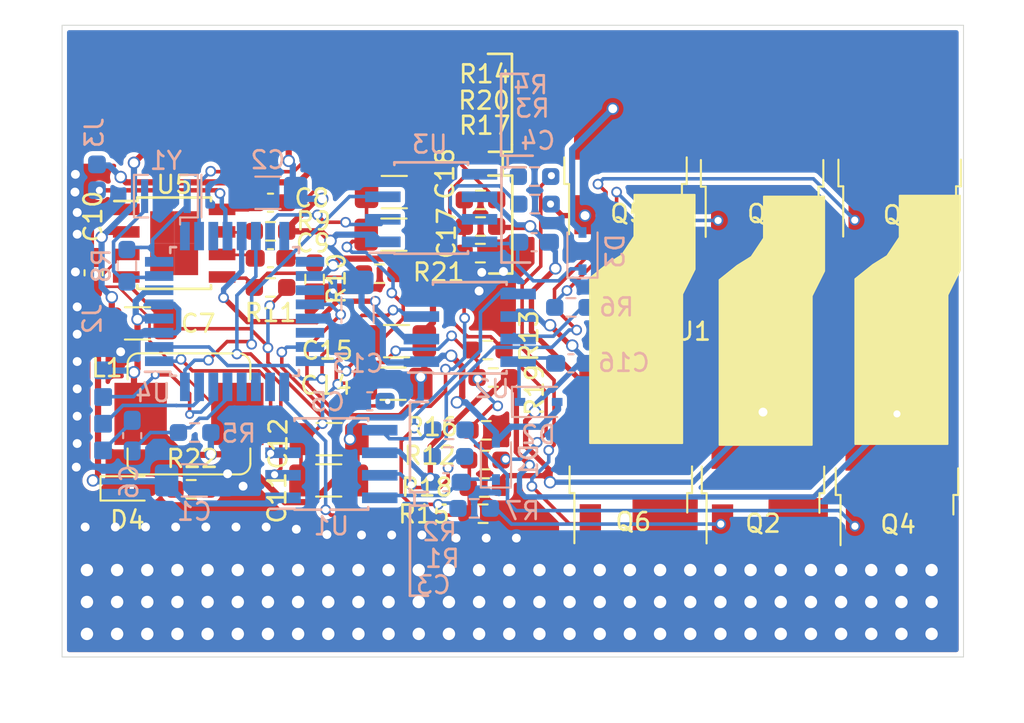
<source format=kicad_pcb>
(kicad_pcb (version 20171130) (host pcbnew "(5.1.10)-1")
  (layers (0 F.Cu signal) (31 B.Cu signal) (34 B.Paste user) (35 F.Paste user) (36 B.SilkS user) (37 F.SilkS user) (38 B.Mask user) (39 F.Mask user) (44 Edge.Cuts user))
  (net 0 "")
  (net 1 GND)
  (net 2 +BATT)
  (net 3 "Net-(C3-Pad1)")
  (net 4 "Net-(C4-Pad1)")
  (net 5 "Net-(C5-Pad1)")
  (net 6 /DTR)
  (net 7 "Net-(C11-Pad2)")
  (net 8 "Net-(C8-Pad1)")
  (net 9 "Net-(C9-Pad2)")
  (net 10 "Net-(C9-Pad1)")
  (net 11 "Net-(C10-Pad2)")
  (net 12 "Net-(C10-Pad1)")
  (net 13 VCC)
  (net 14 "Net-(C16-Pad1)")
  (net 15 "Net-(D4-Pad2)")
  (net 16 "Net-(Q2-Pad1)")
  (net 17 "Net-(Q4-Pad1)")
  (net 18 "Net-(Q6-Pad1)")
  (net 19 "Net-(R1-Pad2)")
  (net 20 "Net-(R2-Pad2)")
  (net 21 "Net-(R3-Pad2)")
  (net 22 "Net-(R4-Pad2)")
  (net 23 "Net-(R6-Pad2)")
  (net 24 "Net-(R7-Pad2)")
  (net 25 "Net-(R9-Pad2)")
  (net 26 "Net-(R11-Pad2)")
  (net 27 /TX)
  (net 28 /RX)
  (net 29 /PWM_IN)
  (net 30 "Net-(Q1-Pad1)")
  (net 31 "Net-(Q3-Pad1)")
  (net 32 "Net-(Q5-Pad1)")
  (net 33 /Faz_2)
  (net 34 /Faz_3)
  (net 35 "Net-(C6-Pad2)")
  (net 36 /Faz_1)
  (net 37 /XTAL2)
  (net 38 /XTAL1)
  (net 39 /PC_2)
  (net 40 /PD_6)
  (net 41 /PC_1)
  (net 42 /PC_0)
  (net 43 /L2)
  (net 44 /H2)
  (net 45 /L1)
  (net 46 /H1)
  (net 47 /H3)
  (net 48 /L3)
  (module ESC:ESC_IN (layer F.Cu) (at 158.4 60.225 180)
    (fp_text reference J1 (at -10.36 14.92 180) (layer F.SilkS))
    (fp_text value "GÜÇ GİRİŞİ")
    (pad 3 smd roundrect (at 0 -0.3) (size 49.5 5) (layers F.Cu F.Mask) (roundrect_rratio 0.075) (net 1 GND) (clearance 0.5))
    (pad 2 smd roundrect (at 0 29) (size 49.5 5) (layers F.Cu F.Mask) (roundrect_rratio 0.075) (net 2 +BATT) (clearance 0.5))
  )
  (module Package_QFP:TQFP-32_7x7mm_P0.8mm (layer B.Cu) (at 142.77 44.18)
    (fp_text reference U4 (at -4.594 4.588) (layer B.SilkS) (effects (justify mirror)))
    (fp_text value ATmega328-AU)
    (pad 32 smd rect (at -2.8 4.25 270) (size 1.6 0.55) (layers B.Cu B.Paste B.Mask) (net 48 /L3))
    (pad 31 smd rect (at -2 4.25 270) (size 1.6 0.55) (layers B.Cu B.Paste B.Mask) (net 27 /TX))
    (pad 30 smd rect (at -1.2 4.25 270) (size 1.6 0.55) (layers B.Cu B.Paste B.Mask) (net 28 /RX))
    (pad 29 smd rect (at -0.4 4.25 270) (size 1.6 0.55) (layers B.Cu B.Paste B.Mask) (net 35 "Net-(C6-Pad2)"))
    (pad 28 smd rect (at 0.4 4.25 270) (size 1.6 0.55) (layers B.Cu B.Paste B.Mask))
    (pad 27 smd rect (at 1.2 4.25 270) (size 1.6 0.55) (layers B.Cu B.Paste B.Mask))
    (pad 26 smd rect (at 2 4.25 270) (size 1.6 0.55) (layers B.Cu B.Paste B.Mask))
    (pad 25 smd rect (at 2.8 4.25 270) (size 1.6 0.55) (layers B.Cu B.Paste B.Mask) (net 39 /PC_2))
    (pad 24 smd rect (at 4.25 2.8) (size 1.6 0.55) (layers B.Cu B.Paste B.Mask) (net 41 /PC_1))
    (pad 23 smd rect (at 4.25 2) (size 1.6 0.55) (layers B.Cu B.Paste B.Mask) (net 42 /PC_0))
    (pad 22 smd rect (at 4.25 1.2) (size 1.6 0.55) (layers B.Cu B.Paste B.Mask))
    (pad 21 smd rect (at 4.25 0.4) (size 1.6 0.55) (layers B.Cu B.Paste B.Mask) (net 1 GND))
    (pad 20 smd rect (at 4.25 -0.4) (size 1.6 0.55) (layers B.Cu B.Paste B.Mask) (net 5 "Net-(C5-Pad1)"))
    (pad 19 smd rect (at 4.25 -1.2) (size 1.6 0.55) (layers B.Cu B.Paste B.Mask))
    (pad 18 smd rect (at 4.25 -2) (size 1.6 0.55) (layers B.Cu B.Paste B.Mask) (net 13 VCC))
    (pad 17 smd rect (at 4.25 -2.8) (size 1.6 0.55) (layers B.Cu B.Paste B.Mask))
    (pad 16 smd rect (at 2.8 -4.25 270) (size 1.6 0.55) (layers B.Cu B.Paste B.Mask))
    (pad 15 smd rect (at 2 -4.25 270) (size 1.6 0.55) (layers B.Cu B.Paste B.Mask) (net 47 /H3))
    (pad 14 smd rect (at 1.2 -4.25 270) (size 1.6 0.55) (layers B.Cu B.Paste B.Mask) (net 44 /H2))
    (pad 13 smd rect (at 0.4 -4.25 270) (size 1.6 0.55) (layers B.Cu B.Paste B.Mask) (net 46 /H1))
    (pad 12 smd rect (at -0.4 -4.25 270) (size 1.6 0.55) (layers B.Cu B.Paste B.Mask) (net 29 /PWM_IN))
    (pad 11 smd rect (at -1.2 -4.25 270) (size 1.6 0.55) (layers B.Cu B.Paste B.Mask))
    (pad 10 smd rect (at -2 -4.25 270) (size 1.6 0.55) (layers B.Cu B.Paste B.Mask) (net 40 /PD_6))
    (pad 9 smd rect (at -2.8 -4.25 270) (size 1.6 0.55) (layers B.Cu B.Paste B.Mask))
    (pad 8 smd rect (at -4.25 -2.8) (size 1.6 0.55) (layers B.Cu B.Paste B.Mask) (net 37 /XTAL2))
    (pad 7 smd rect (at -4.25 -2) (size 1.6 0.55) (layers B.Cu B.Paste B.Mask) (net 38 /XTAL1))
    (pad 6 smd rect (at -4.25 -1.2) (size 1.6 0.55) (layers B.Cu B.Paste B.Mask) (net 13 VCC))
    (pad 5 smd rect (at -4.25 -0.4) (size 1.6 0.55) (layers B.Cu B.Paste B.Mask) (net 1 GND))
    (pad 4 smd rect (at -4.25 0.4) (size 1.6 0.55) (layers B.Cu B.Paste B.Mask) (net 13 VCC))
    (pad 3 smd rect (at -4.25 1.2) (size 1.6 0.55) (layers B.Cu B.Paste B.Mask) (net 1 GND))
    (pad 2 smd rect (at -4.25 2) (size 1.6 0.55) (layers B.Cu B.Paste B.Mask) (net 45 /L1))
    (pad 1 smd rect (at -4.25 2.8) (size 1.6 0.55) (layers B.Cu B.Paste B.Mask) (net 43 /L2))
  )
  (module TestPoint:TestPoint_Pad_4.0x4.0mm (layer F.Cu) (at 171.65 53.05)
    (fp_text reference J11 hide)
    (fp_text value Faz_1 hide)
  )
  (module TestPoint:TestPoint_Pad_4.0x4.0mm (layer F.Cu) (at 164 53.1)
    (fp_text reference J11 hide)
    (fp_text value Faz_1 hide)
  )
  (module TestPoint:TestPoint_Pad_4.0x4.0mm (layer F.Cu) (at 156.7 53)
    (fp_text reference J11 hide)
    (fp_text value Faz_1 hide)
  )
  (module Crystal:Resonator_SMD_muRata_CSTxExxV-3Pin_3.0x1.1mm (layer B.Cu) (at 138.9 37.68 180)
    (fp_text reference Y1 (at 0 2) (layer B.SilkS) (effects (justify mirror)))
    (fp_text value Crystal_GND2_Small)
    (pad 1 smd rect (at -1.2 0 180) (size 0.4 1.9) (layers B.Cu B.Paste B.Mask) (net 37 /XTAL2))
    (pad 2 smd rect (at 0 0 180) (size 0.4 1.9) (layers B.Cu B.Paste B.Mask) (net 1 GND))
    (pad 3 smd rect (at 1.2 0 180) (size 0.4 1.9) (layers B.Cu B.Paste B.Mask) (net 38 /XTAL1))
  )
  (module Resistor_SMD:R_0603_1608Metric_Pad0.98x0.95mm_HandSolder (layer B.Cu) (at 136.7 41.6 270)
    (fp_text reference R8 (at 0 1.43 90) (layer B.SilkS) (effects (justify mirror)))
    (fp_text value 10k)
    (pad 2 smd roundrect (at 0.9125 0 270) (size 0.975 0.95) (layers B.Cu B.Paste B.Mask) (net 38 /XTAL1))
    (pad 1 smd roundrect (at -0.9125 0 270) (size 0.975 0.95) (layers B.Cu B.Paste B.Mask) (net 37 /XTAL2))
  )
  (module ESC:UART (layer B.Cu) (at 135.325 48.92 270)
    (fp_text reference J2 (at -4.33 0.575 90) (layer B.SilkS) (effects (justify mirror)))
    (fp_text value "UART GİRİŞİ")
    (pad 5 smd roundrect (at 3.09 -0.0325 270) (size 1 1) (layers B.Cu B.Paste B.Mask) (roundrect_rratio 0.131) (net 6 /DTR))
    (pad 4 smd roundrect (at 1.585 -0.035 270) (size 1 1) (layers B.Cu B.Paste B.Mask) (roundrect_rratio 0.131) (net 27 /TX))
    (pad 3 smd roundrect (at 0.08 -0.0375 270) (size 1 1) (layers B.Cu B.Paste B.Mask) (roundrect_rratio 0.131) (net 28 /RX))
    (pad 2 smd roundrect (at -1.425 -0.04 270) (size 1 1) (layers B.Cu B.Paste B.Mask) (roundrect_rratio 0.131) (net 13 VCC))
    (pad 1 smd roundrect (at -2.93 -0.03 270) (size 1 1) (layers B.Cu B.Paste B.Mask) (roundrect_rratio 0.131) (net 1 GND))
  )
  (module Capacitor_SMD:C_1206_3216Metric_Pad1.33x1.80mm_HandSolder (layer F.Cu) (at 151.9 45.85 180)
    (fp_text reference C15 (at 3.91 -0.53 180) (layer F.SilkS))
    (fp_text value 22u)
    (pad 2 smd roundrect (at 1.5625 0 180) (size 1.325 1.8) (layers F.Cu F.Paste F.Mask) (roundrect_rratio 0.1886777358490566) (net 7 "Net-(C11-Pad2)"))
    (pad 1 smd roundrect (at -1.5625 0 180) (size 1.325 1.8) (layers F.Cu F.Paste F.Mask) (roundrect_rratio 0.1886777358490566) (net 13 VCC))
  )
  (module ESC:in_pwm (layer B.Cu) (at 133.325 37.9 90)
    (fp_text reference J3 (at 3.8 1.54 90) (layer B.SilkS) (effects (justify mirror)))
    (fp_text value "PWM SİNYAL GİRŞİ")
    (pad 1 smd roundrect (at -0.89 1.69 90) (size 1 1) (layers B.Cu B.Paste B.Mask) (net 1 GND))
    (pad 2 smd roundrect (at 0.56 1.69 90) (size 1 1) (layers B.Cu B.Paste B.Mask) (net 29 /PWM_IN))
    (pad 3 smd roundrect (at 2.01 1.69 90) (size 1 1) (layers B.Cu B.Paste B.Mask) (net 13 VCC))
  )
  (module Capacitor_SMD:C_0603_1608Metric_Pad1.08x0.95mm_HandSolder (layer B.Cu) (at 161.725 47.1)
    (fp_text reference C16 (at 2.985 -0.035) (layer B.SilkS) (effects (justify mirror)))
    (fp_text value 2.2u)
    (pad 1 smd roundrect (at -0.8625 0) (size 1.075 0.95) (layers B.Cu B.Paste B.Mask) (net 14 "Net-(C16-Pad1)"))
    (pad 2 smd roundrect (at 0.8625 0) (size 1.075 0.95) (layers B.Cu B.Paste B.Mask) (net 36 /Faz_1))
  )
  (module Package_SO:Diodes_PSOP-8 (layer F.Cu) (at 139.365 40.33)
    (fp_text reference U5 (at 0 -3.3) (layer F.SilkS))
    (fp_text value MP2307DN)
    (pad 1 smd rect (at -2.7 -1.905) (size 1.5 0.65) (layers F.Cu F.Paste F.Mask) (net 12 "Net-(C10-Pad1)"))
    (pad 2 smd rect (at -2.7 -0.635) (size 1.5 0.65) (layers F.Cu F.Paste F.Mask) (net 2 +BATT))
    (pad 3 smd rect (at -2.7 0.635) (size 1.5 0.65) (layers F.Cu F.Paste F.Mask) (net 11 "Net-(C10-Pad2)"))
    (pad 4 smd rect (at -2.7 1.905) (size 1.5 0.65) (layers F.Cu F.Paste F.Mask) (net 7 "Net-(C11-Pad2)"))
    (pad 5 smd rect (at 2.7 1.905) (size 1.5 0.65) (layers F.Cu F.Paste F.Mask) (net 26 "Net-(R11-Pad2)"))
    (pad 6 smd rect (at 2.7 0.635) (size 1.5 0.65) (layers F.Cu F.Paste F.Mask) (net 10 "Net-(C9-Pad1)"))
    (pad 7 smd rect (at 2.7 -0.635) (size 1.5 0.65) (layers F.Cu F.Paste F.Mask) (net 25 "Net-(R9-Pad2)"))
    (pad 8 smd rect (at 2.7 -1.905) (size 1.5 0.65) (layers F.Cu F.Paste F.Mask) (net 8 "Net-(C8-Pad1)"))
    (pad 9 smd rect (at 0.675 0.9) (size 1.35 1.8) (layers F.Cu F.Paste F.Mask))
    (pad 9 smd rect (at 0.675 -0.9) (size 1.35 1.8) (layers F.Cu F.Paste F.Mask))
    (pad 9 smd rect (at -0.675 0.9) (size 1.35 1.8) (layers F.Cu F.Paste F.Mask))
    (pad 9 smd rect (at -0.675 -0.9) (size 1.35 1.8) (layers F.Cu F.Paste F.Mask))
  )
  (module Package_SO:PowerIntegrations_SO-8 (layer B.Cu) (at 153.85 38.35)
    (fp_text reference U3 (at -0.08 -3.588) (layer B.SilkS) (effects (justify mirror)))
    (fp_text value IR2101)
    (pad 1 smd rect (at -2.725 1.905) (size 2 0.6) (layers B.Cu B.Paste B.Mask) (net 2 +BATT))
    (pad 2 smd rect (at -2.725 0.635) (size 2 0.6) (layers B.Cu B.Paste B.Mask) (net 47 /H3))
    (pad 3 smd rect (at -2.725 -0.635) (size 2 0.6) (layers B.Cu B.Paste B.Mask) (net 48 /L3))
    (pad 4 smd rect (at -2.725 -1.905) (size 2 0.6) (layers B.Cu B.Paste B.Mask) (net 1 GND))
    (pad 5 smd rect (at 2.725 -1.905) (size 2 0.6) (layers B.Cu B.Paste B.Mask) (net 22 "Net-(R4-Pad2)"))
    (pad 6 smd rect (at 2.725 -0.635) (size 2 0.6) (layers B.Cu B.Paste B.Mask) (net 34 /Faz_3))
    (pad 7 smd rect (at 2.725 0.635) (size 2 0.6) (layers B.Cu B.Paste B.Mask) (net 21 "Net-(R3-Pad2)"))
    (pad 8 smd rect (at 2.725 1.905) (size 2 0.6) (layers B.Cu B.Paste B.Mask) (net 4 "Net-(C4-Pad1)"))
  )
  (module Package_SO:PowerIntegrations_SO-8 (layer B.Cu) (at 156.025 45.1)
    (fp_text reference U2 (at 1.247 3.435) (layer B.SilkS) (effects (justify mirror)))
    (fp_text value IR2101)
    (pad 8 smd rect (at 2.725 1.905) (size 2 0.6) (layers B.Cu B.Paste B.Mask) (net 14 "Net-(C16-Pad1)"))
    (pad 7 smd rect (at 2.725 0.635) (size 2 0.6) (layers B.Cu B.Paste B.Mask) (net 23 "Net-(R6-Pad2)"))
    (pad 6 smd rect (at 2.725 -0.635) (size 2 0.6) (layers B.Cu B.Paste B.Mask) (net 36 /Faz_1))
    (pad 5 smd rect (at 2.725 -1.905) (size 2 0.6) (layers B.Cu B.Paste B.Mask) (net 24 "Net-(R7-Pad2)"))
    (pad 4 smd rect (at -2.725 -1.905) (size 2 0.6) (layers B.Cu B.Paste B.Mask) (net 1 GND))
    (pad 3 smd rect (at -2.725 -0.635) (size 2 0.6) (layers B.Cu B.Paste B.Mask) (net 45 /L1))
    (pad 2 smd rect (at -2.725 0.635) (size 2 0.6) (layers B.Cu B.Paste B.Mask) (net 46 /H1))
    (pad 1 smd rect (at -2.725 1.905) (size 2 0.6) (layers B.Cu B.Paste B.Mask) (net 2 +BATT))
  )
  (module Package_SO:PowerIntegrations_SO-8 (layer B.Cu) (at 148.225 52.775)
    (fp_text reference U1 (at 0 3.5) (layer B.SilkS) (effects (justify mirror)))
    (fp_text value IR2101)
    (pad 8 smd rect (at 2.725 1.905) (size 2 0.6) (layers B.Cu B.Paste B.Mask) (net 3 "Net-(C3-Pad1)"))
    (pad 7 smd rect (at 2.725 0.635) (size 2 0.6) (layers B.Cu B.Paste B.Mask) (net 19 "Net-(R1-Pad2)"))
    (pad 6 smd rect (at 2.725 -0.635) (size 2 0.6) (layers B.Cu B.Paste B.Mask) (net 33 /Faz_2))
    (pad 5 smd rect (at 2.725 -1.905) (size 2 0.6) (layers B.Cu B.Paste B.Mask) (net 20 "Net-(R2-Pad2)"))
    (pad 4 smd rect (at -2.725 -1.905) (size 2 0.6) (layers B.Cu B.Paste B.Mask) (net 1 GND))
    (pad 3 smd rect (at -2.725 -0.635) (size 2 0.6) (layers B.Cu B.Paste B.Mask) (net 43 /L2))
    (pad 2 smd rect (at -2.725 0.635) (size 2 0.6) (layers B.Cu B.Paste B.Mask) (net 44 /H2))
    (pad 1 smd rect (at -2.725 1.905) (size 2 0.6) (layers B.Cu B.Paste B.Mask) (net 2 +BATT))
  )
  (module Resistor_SMD:R_0603_1608Metric_Pad0.98x0.95mm_HandSolder (layer F.Cu) (at 140.325 54.2 180)
    (fp_text reference R22 (at -0.06 1.72) (layer F.SilkS))
    (fp_text value 100R)
    (pad 2 smd roundrect (at 0.9125 0 180) (size 0.975 0.95) (layers F.Cu F.Paste F.Mask) (net 15 "Net-(D4-Pad2)"))
    (pad 1 smd roundrect (at -0.9125 0 180) (size 0.975 0.95) (layers F.Cu F.Paste F.Mask) (net 13 VCC))
  )
  (module Resistor_SMD:R_0603_1608Metric_Pad0.98x0.95mm_HandSolder (layer F.Cu) (at 150.95 42.05 180)
    (fp_text reference R21 (at -3.32 0.08) (layer F.SilkS))
    (fp_text value 44.2k)
    (pad 1 smd roundrect (at -0.9125 0 180) (size 0.975 0.95) (layers F.Cu F.Paste F.Mask) (net 13 VCC))
    (pad 2 smd roundrect (at 0.9125 0 180) (size 0.975 0.95) (layers F.Cu F.Paste F.Mask) (net 26 "Net-(R11-Pad2)"))
  )
  (module Resistor_SMD:R_0603_1608Metric_Pad0.98x0.95mm_HandSolder (layer F.Cu) (at 156.63 39.39)
    (fp_text reference R20 (at 0.2 -7.1 180) (layer F.SilkS))
    (fp_text value 33K)
    (pad 1 smd roundrect (at -0.9125 0) (size 0.975 0.95) (layers F.Cu F.Paste F.Mask) (net 42 /PC_0))
    (pad 2 smd roundrect (at 0.9125 0) (size 0.975 0.95) (layers F.Cu F.Paste F.Mask) (net 34 /Faz_3))
  )
  (module Resistor_SMD:R_0603_1608Metric_Pad0.98x0.95mm_HandSolder (layer F.Cu) (at 157.35 47.9)
    (fp_text reference R19 (at 2.33 0.71 90) (layer F.SilkS))
    (fp_text value 33K)
    (pad 1 smd roundrect (at -0.9125 0) (size 0.975 0.95) (layers F.Cu F.Paste F.Mask) (net 41 /PC_1))
    (pad 2 smd roundrect (at 0.9125 0) (size 0.975 0.95) (layers F.Cu F.Paste F.Mask) (net 33 /Faz_2))
  )
  (module Resistor_SMD:R_0603_1608Metric_Pad0.98x0.95mm_HandSolder (layer F.Cu) (at 156.85 54.1)
    (fp_text reference R18 (at -3.25 -0.01) (layer F.SilkS))
    (fp_text value 33K)
    (pad 2 smd roundrect (at 0.9125 0) (size 0.975 0.95) (layers F.Cu F.Paste F.Mask) (net 36 /Faz_1))
    (pad 1 smd roundrect (at -0.9125 0) (size 0.975 0.95) (layers F.Cu F.Paste F.Mask) (net 39 /PC_2))
  )
  (module Resistor_SMD:R_0603_1608Metric_Pad0.98x0.95mm_HandSolder (layer F.Cu) (at 156.62 40.89)
    (fp_text reference R17 (at 0.25 -7.19 180) (layer F.SilkS))
    (fp_text value 10K)
    (pad 1 smd roundrect (at -0.9125 0) (size 0.975 0.95) (layers F.Cu F.Paste F.Mask) (net 42 /PC_0))
    (pad 2 smd roundrect (at 0.9125 0) (size 0.975 0.95) (layers F.Cu F.Paste F.Mask) (net 1 GND))
  )
  (module Resistor_SMD:R_0603_1608Metric_Pad0.98x0.95mm_HandSolder (layer F.Cu) (at 156.95 50.875)
    (fp_text reference R16 (at -3.05 -0.19) (layer F.SilkS))
    (fp_text value 10K)
    (pad 2 smd roundrect (at 0.9125 0) (size 0.975 0.95) (layers F.Cu F.Paste F.Mask) (net 1 GND))
    (pad 1 smd roundrect (at -0.9125 0) (size 0.975 0.95) (layers F.Cu F.Paste F.Mask) (net 41 /PC_1))
  )
  (module Resistor_SMD:R_0603_1608Metric_Pad0.98x0.95mm_HandSolder (layer F.Cu) (at 156.775 55.575)
    (fp_text reference R15 (at -3.33 0.03) (layer F.SilkS))
    (fp_text value 10K)
    (pad 1 smd roundrect (at -0.9125 0) (size 0.975 0.95) (layers F.Cu F.Paste F.Mask) (net 39 /PC_2))
    (pad 2 smd roundrect (at 0.9125 0) (size 0.975 0.95) (layers F.Cu F.Paste F.Mask) (net 1 GND))
  )
  (module Resistor_SMD:R_0603_1608Metric_Pad0.98x0.95mm_HandSolder (layer F.Cu) (at 156.63 37.89)
    (fp_text reference R14 (at 0.24 -7.09 180) (layer F.SilkS))
    (fp_text value 33K)
    (pad 2 smd roundrect (at 0.9125 0) (size 0.975 0.95) (layers F.Cu F.Paste F.Mask) (net 40 /PD_6))
    (pad 1 smd roundrect (at -0.9125 0) (size 0.975 0.95) (layers F.Cu F.Paste F.Mask) (net 42 /PC_0))
  )
  (module Resistor_SMD:R_0603_1608Metric_Pad0.98x0.95mm_HandSolder (layer F.Cu) (at 157.045 46.35)
    (fp_text reference R13 (at 2.32 -0.79 90) (layer F.SilkS))
    (fp_text value 33K)
    (pad 1 smd roundrect (at -0.9125 0) (size 0.975 0.95) (layers F.Cu F.Paste F.Mask) (net 41 /PC_1))
    (pad 2 smd roundrect (at 0.9125 0) (size 0.975 0.95) (layers F.Cu F.Paste F.Mask) (net 40 /PD_6))
  )
  (module Resistor_SMD:R_0603_1608Metric_Pad0.98x0.95mm_HandSolder (layer F.Cu) (at 156.875 52.55)
    (fp_text reference R12 (at -3.11 -0.25) (layer F.SilkS))
    (fp_text value 33K)
    (pad 1 smd roundrect (at -0.9125 0) (size 0.975 0.95) (layers F.Cu F.Paste F.Mask) (net 39 /PC_2))
    (pad 2 smd roundrect (at 0.9125 0) (size 0.975 0.95) (layers F.Cu F.Paste F.Mask) (net 40 /PD_6))
  )
  (module Resistor_SMD:R_0603_1608Metric_Pad0.98x0.95mm_HandSolder (layer F.Cu) (at 144.795 42.825 180)
    (fp_text reference R11 (at 0 -1.43) (layer F.SilkS))
    (fp_text value 10k)
    (pad 2 smd roundrect (at 0.9125 0 180) (size 0.975 0.95) (layers F.Cu F.Paste F.Mask) (net 26 "Net-(R11-Pad2)"))
    (pad 1 smd roundrect (at -0.9125 0 180) (size 0.975 0.95) (layers F.Cu F.Paste F.Mask) (net 7 "Net-(C11-Pad2)"))
  )
  (module Resistor_SMD:R_0603_1608Metric_Pad0.98x0.95mm_HandSolder (layer F.Cu) (at 147.28 42.36 90)
    (fp_text reference R10 (at 0.03 1.23 90) (layer F.SilkS))
    (fp_text value 6.8k)
    (pad 2 smd roundrect (at 0.9125 0 90) (size 0.975 0.95) (layers F.Cu F.Paste F.Mask) (net 9 "Net-(C9-Pad2)"))
    (pad 1 smd roundrect (at -0.9125 0 90) (size 0.975 0.95) (layers F.Cu F.Paste F.Mask) (net 1 GND))
  )
  (module Resistor_SMD:R_0603_1608Metric_Pad0.98x0.95mm_HandSolder (layer F.Cu) (at 144.795 39.66125 180)
    (fp_text reference R9 (at -2.425 0.57125) (layer F.SilkS))
    (fp_text value 100k)
    (pad 2 smd roundrect (at 0.9125 0 180) (size 0.975 0.95) (layers F.Cu F.Paste F.Mask) (net 25 "Net-(R9-Pad2)"))
    (pad 1 smd roundrect (at -0.9125 0 180) (size 0.975 0.95) (layers F.Cu F.Paste F.Mask) (net 2 +BATT))
  )
  (module Resistor_SMD:R_0603_1608Metric_Pad0.98x0.95mm_HandSolder (layer B.Cu) (at 156.275 55.275 180)
    (fp_text reference R7 (at -2.724 -0.143) (layer B.SilkS) (effects (justify mirror)))
    (fp_text value 100)
    (pad 1 smd roundrect (at -0.9125 0 180) (size 0.975 0.95) (layers B.Cu B.Paste B.Mask) (net 16 "Net-(Q2-Pad1)"))
    (pad 2 smd roundrect (at 0.9125 0 180) (size 0.975 0.95) (layers B.Cu B.Paste B.Mask) (net 24 "Net-(R7-Pad2)"))
  )
  (module Resistor_SMD:R_0603_1608Metric_Pad0.98x0.95mm_HandSolder (layer B.Cu) (at 161.725 43.95)
    (fp_text reference R6 (at 2.57 -0.015) (layer B.SilkS) (effects (justify mirror)))
    (fp_text value 100)
    (pad 1 smd roundrect (at -0.9125 0) (size 0.975 0.95) (layers B.Cu B.Paste B.Mask) (net 30 "Net-(Q1-Pad1)"))
    (pad 2 smd roundrect (at 0.9125 0) (size 0.975 0.95) (layers B.Cu B.Paste B.Mask) (net 23 "Net-(R6-Pad2)"))
  )
  (module Resistor_SMD:R_0603_1608Metric_Pad0.98x0.95mm_HandSolder (layer B.Cu) (at 140.52 51 180)
    (fp_text reference R5 (at -2.482 -0.054) (layer B.SilkS) (effects (justify mirror)))
    (fp_text value 10k)
    (pad 2 smd roundrect (at 0.9125 0 180) (size 0.975 0.95) (layers B.Cu B.Paste B.Mask) (net 35 "Net-(C6-Pad2)"))
    (pad 1 smd roundrect (at -0.9125 0 180) (size 0.975 0.95) (layers B.Cu B.Paste B.Mask) (net 13 VCC))
  )
  (module Resistor_SMD:R_0603_1608Metric_Pad0.98x0.95mm_HandSolder (layer B.Cu) (at 159.675 36.575 180)
    (fp_text reference R4 (at 0.22 5.16) (layer B.SilkS) (effects (justify mirror)))
    (fp_text value 100)
    (pad 1 smd roundrect (at -0.9125 0 180) (size 0.975 0.95) (layers B.Cu B.Paste B.Mask) (net 18 "Net-(Q6-Pad1)"))
    (pad 2 smd roundrect (at 0.9125 0 180) (size 0.975 0.95) (layers B.Cu B.Paste B.Mask) (net 22 "Net-(R4-Pad2)"))
  )
  (module Resistor_SMD:R_0603_1608Metric_Pad0.98x0.95mm_HandSolder (layer B.Cu) (at 159.7 38.125 180)
    (fp_text reference R3 (at 0.15 5.39) (layer B.SilkS) (effects (justify mirror)))
    (fp_text value 100)
    (pad 2 smd roundrect (at 0.9125 0 180) (size 0.975 0.95) (layers B.Cu B.Paste B.Mask) (net 21 "Net-(R3-Pad2)"))
    (pad 1 smd roundrect (at -0.9125 0 180) (size 0.975 0.95) (layers B.Cu B.Paste B.Mask) (net 32 "Net-(Q5-Pad1)"))
  )
  (module Resistor_SMD:R_0603_1608Metric_Pad0.98x0.95mm_HandSolder (layer B.Cu) (at 154.85 50.85 180)
    (fp_text reference R2 (at 0.526 -5.754) (layer B.SilkS) (effects (justify mirror)))
    (fp_text value 100)
    (pad 1 smd roundrect (at -0.9125 0 180) (size 0.975 0.95) (layers B.Cu B.Paste B.Mask) (net 17 "Net-(Q4-Pad1)"))
    (pad 2 smd roundrect (at 0.9125 0 180) (size 0.975 0.95) (layers B.Cu B.Paste B.Mask) (net 20 "Net-(R2-Pad2)"))
  )
  (module Resistor_SMD:R_0603_1608Metric_Pad0.98x0.95mm_HandSolder (layer B.Cu) (at 154.825 52.35)
    (fp_text reference R1 (at -0.346 5.758) (layer B.SilkS) (effects (justify mirror)))
    (fp_text value 100)
    (pad 1 smd roundrect (at -0.9125 0) (size 0.975 0.95) (layers B.Cu B.Paste B.Mask) (net 31 "Net-(Q3-Pad1)"))
    (pad 2 smd roundrect (at 0.9125 0) (size 0.975 0.95) (layers B.Cu B.Paste B.Mask) (net 19 "Net-(R1-Pad2)"))
  )
  (module Package_TO_SOT_SMD:TO-252-2 (layer F.Cu) (at 165.1 51.94 90)
    (fp_text reference Q6 (at -4.09 0.14) (layer F.SilkS))
    (fp_text value IRLR7843TRPBF)
    (pad 1 smd rect (at -4.2 -2.28 90) (size 2.2 1.2) (layers F.Cu F.Paste F.Mask) (net 18 "Net-(Q6-Pad1)"))
    (pad 3 smd rect (at -4.2 2.28 90) (size 2.2 1.2) (layers F.Cu F.Paste F.Mask) (net 1 GND))
    (pad 2 smd rect (at 2.1 0 90) (size 6.4 5.8) (layers F.Cu F.Mask) (net 34 /Faz_3))
  )
  (module Package_TO_SOT_SMD:TO-252-2 (layer F.Cu) (at 164.8 34.525 90)
    (fp_text reference Q5 (at -4.14 0.14) (layer F.SilkS))
    (fp_text value IRLR7843TRPBF)
    (pad 2 smd rect (at 2.1 0 90) (size 6.4 5.8) (layers F.Cu F.Mask) (net 2 +BATT))
    (pad 3 smd rect (at -4.2 2.28 90) (size 2.2 1.2) (layers F.Cu F.Paste F.Mask) (net 34 /Faz_3))
    (pad 1 smd rect (at -4.2 -2.28 90) (size 2.2 1.2) (layers F.Cu F.Paste F.Mask) (net 32 "Net-(Q5-Pad1)"))
  )
  (module Package_TO_SOT_SMD:TO-252-2 (layer F.Cu) (at 180.1 52.05 90)
    (fp_text reference Q4 (at -4.13 0.065) (layer F.SilkS))
    (fp_text value IRLR7843TRPBF)
    (pad 1 smd rect (at -4.2 -2.28 90) (size 2.2 1.2) (layers F.Cu F.Paste F.Mask) (net 17 "Net-(Q4-Pad1)"))
    (pad 3 smd rect (at -4.2 2.28 90) (size 2.2 1.2) (layers F.Cu F.Paste F.Mask) (net 1 GND))
    (pad 2 smd rect (at 2.1 0 90) (size 6.4 5.8) (layers F.Cu F.Mask) (net 33 /Faz_2))
  )
  (module Package_TO_SOT_SMD:TO-252-2 (layer F.Cu) (at 180.25 34.655 90)
    (fp_text reference Q3 (at -4.09 0.06) (layer F.SilkS))
    (fp_text value IRLR7843TRPBF)
    (pad 2 smd rect (at 2.1 0 90) (size 6.4 5.8) (layers F.Cu F.Mask) (net 2 +BATT))
    (pad 3 smd rect (at -4.2 2.28 90) (size 2.2 1.2) (layers F.Cu F.Paste F.Mask) (net 33 /Faz_2))
    (pad 1 smd rect (at -4.2 -2.28 90) (size 2.2 1.2) (layers F.Cu F.Paste F.Mask) (net 31 "Net-(Q3-Pad1)"))
  )
  (module Package_TO_SOT_SMD:TO-252-2 (layer F.Cu) (at 172.55 51.95 90)
    (fp_text reference Q2 (at -4.175 0 180) (layer F.SilkS))
    (fp_text value IRLR7843TRPBF)
    (pad 2 smd rect (at 2.1 0 90) (size 6.4 5.8) (layers F.Cu F.Mask) (net 36 /Faz_1))
    (pad 3 smd rect (at -4.2 2.28 90) (size 2.2 1.2) (layers F.Cu F.Paste F.Mask) (net 1 GND))
    (pad 1 smd rect (at -4.2 -2.28 90) (size 2.2 1.2) (layers F.Cu F.Paste F.Mask) (net 16 "Net-(Q2-Pad1)"))
  )
  (module Package_TO_SOT_SMD:TO-252-2 (layer F.Cu) (at 172.5 34.675 90)
    (fp_text reference Q1 (at -4 0.16) (layer F.SilkS))
    (fp_text value IRLR7843TRPBF)
    (pad 1 smd rect (at -4.2 -2.28 90) (size 2.2 1.2) (layers F.Cu F.Paste F.Mask) (net 30 "Net-(Q1-Pad1)"))
    (pad 3 smd rect (at -4.2 2.28 90) (size 2.2 1.2) (layers F.Cu F.Paste F.Mask) (net 36 /Faz_1))
    (pad 2 smd rect (at 2.1 0 90) (size 6.4 5.8) (layers F.Cu F.Mask) (net 2 +BATT))
  )
  (module Inductor_SMD:L_Bourns_SRP7028A_7.3x6.6mm (layer F.Cu) (at 140.2 49.95 180)
    (fp_text reference L1 (at 4.62 2.59) (layer F.SilkS))
    (fp_text value 10u)
    (pad 2 smd rect (at 2.725 0 180) (size 2.95 3.5) (layers F.Cu F.Paste F.Mask) (net 13 VCC))
    (pad 1 smd rect (at -2.725 0 180) (size 2.95 3.5) (layers F.Cu F.Paste F.Mask) (net 11 "Net-(C10-Pad2)"))
  )
  (module LED_SMD:LED_0603_1608Metric_Castellated (layer F.Cu) (at 136.9 54.15)
    (fp_text reference D4 (at -0.17 1.78) (layer F.SilkS))
    (fp_text value LED_Small)
    (pad 1 smd roundrect (at -0.8125 0) (size 1.225 0.85) (layers F.Cu F.Paste F.Mask) (net 1 GND))
    (pad 2 smd roundrect (at 0.8125 0) (size 1.225 0.85) (layers F.Cu F.Paste F.Mask) (net 15 "Net-(D4-Pad2)"))
  )
  (module Diode_SMD:D_SOD-323 (layer B.Cu) (at 162.375 40.775 90)
    (fp_text reference D3 (at 0 1.85 90) (layer B.SilkS) (effects (justify mirror)))
    (fp_text value 1N4148WS)
    (pad 2 smd rect (at 1.05 0 90) (size 0.6 0.45) (layers B.Cu B.Paste B.Mask) (net 2 +BATT))
    (pad 1 smd rect (at -1.05 0 90) (size 0.6 0.45) (layers B.Cu B.Paste B.Mask) (net 4 "Net-(C4-Pad1)"))
  )
  (module Diode_SMD:D_SOD-323 (layer B.Cu) (at 159.9 49.275)
    (fp_text reference D2 (at 0 1.85) (layer B.SilkS) (effects (justify mirror)))
    (fp_text value 1N4148WS)
    (pad 2 smd rect (at 1.05 0) (size 0.6 0.45) (layers B.Cu B.Paste B.Mask) (net 2 +BATT))
    (pad 1 smd rect (at -1.05 0) (size 0.6 0.45) (layers B.Cu B.Paste B.Mask) (net 14 "Net-(C16-Pad1)"))
  )
  (module Diode_SMD:D_SOD-323 (layer B.Cu) (at 157.5 52.6 90)
    (fp_text reference D1 (at 0 1.85 90) (layer B.SilkS) (effects (justify mirror)))
    (fp_text value 1N4148WS)
    (pad 2 smd rect (at 1.05 0 90) (size 0.6 0.45) (layers B.Cu B.Paste B.Mask) (net 2 +BATT))
    (pad 1 smd rect (at -1.05 0 90) (size 0.6 0.45) (layers B.Cu B.Paste B.Mask) (net 3 "Net-(C3-Pad1)"))
  )
  (module Capacitor_SMD:C_1206_3216Metric_Pad1.33x1.80mm_HandSolder (layer F.Cu) (at 151.77 37.45 180)
    (fp_text reference C18 (at -2.86 1.03 90) (layer F.SilkS))
    (fp_text value 22u)
    (pad 2 smd roundrect (at 1.5625 0 180) (size 1.325 1.8) (layers F.Cu F.Paste F.Mask) (roundrect_rratio 0.1886777358490566) (net 7 "Net-(C11-Pad2)"))
    (pad 1 smd roundrect (at -1.5625 0 180) (size 1.325 1.8) (layers F.Cu F.Paste F.Mask) (roundrect_rratio 0.1886777358490566) (net 13 VCC))
  )
  (module Capacitor_SMD:C_1206_3216Metric_Pad1.33x1.80mm_HandSolder (layer F.Cu) (at 151.75 39.85 180)
    (fp_text reference C17 (at -2.97 0.08 90) (layer F.SilkS))
    (fp_text value 22u)
    (pad 2 smd roundrect (at 1.5625 0 180) (size 1.325 1.8) (layers F.Cu F.Paste F.Mask) (roundrect_rratio 0.1886777358490566) (net 7 "Net-(C11-Pad2)"))
    (pad 1 smd roundrect (at -1.5625 0 180) (size 1.325 1.8) (layers F.Cu F.Paste F.Mask) (roundrect_rratio 0.1886777358490566) (net 13 VCC))
  )
  (module Capacitor_SMD:C_1206_3216Metric_Pad1.33x1.80mm_HandSolder (layer F.Cu) (at 151.7 48.25 180)
    (fp_text reference C14 (at 3.78 -0.1 180) (layer F.SilkS))
    (fp_text value 22u)
    (pad 2 smd roundrect (at 1.5625 0 180) (size 1.325 1.8) (layers F.Cu F.Paste F.Mask) (roundrect_rratio 0.1886777358490566) (net 7 "Net-(C11-Pad2)"))
    (pad 1 smd roundrect (at -1.5625 0 180) (size 1.325 1.8) (layers F.Cu F.Paste F.Mask) (roundrect_rratio 0.1886777358490566) (net 13 VCC))
  )
  (module Capacitor_SMD:C_1206_3216Metric_Pad1.33x1.80mm_HandSolder (layer B.Cu) (at 149.7 44.1 270)
    (fp_text reference C13 (at 3.01 -0.02) (layer B.SilkS) (effects (justify mirror)))
    (fp_text value 10u)
    (pad 2 smd roundrect (at 1.5625 0 270) (size 1.325 1.8) (layers B.Cu B.Paste B.Mask) (roundrect_rratio 0.1886777358490566) (net 1 GND))
    (pad 1 smd roundrect (at -1.5625 0 270) (size 1.325 1.8) (layers B.Cu B.Paste B.Mask) (roundrect_rratio 0.1886777358490566) (net 2 +BATT))
  )
  (module Capacitor_SMD:C_1206_3216Metric_Pad1.33x1.80mm_HandSolder (layer F.Cu) (at 148.1 51.375 180)
    (fp_text reference C12 (at 2.87 -0.26 90) (layer F.SilkS))
    (fp_text value 22u)
    (pad 2 smd roundrect (at 1.5625 0 180) (size 1.325 1.8) (layers F.Cu F.Paste F.Mask) (roundrect_rratio 0.1886777358490566) (net 7 "Net-(C11-Pad2)"))
    (pad 1 smd roundrect (at -1.5625 0 180) (size 1.325 1.8) (layers F.Cu F.Paste F.Mask) (roundrect_rratio 0.1886777358490566) (net 13 VCC))
  )
  (module Capacitor_SMD:C_1206_3216Metric_Pad1.33x1.80mm_HandSolder (layer F.Cu) (at 148.075 53.7 180)
    (fp_text reference C11 (at 2.91 -0.98 90) (layer F.SilkS))
    (fp_text value 22u)
    (pad 2 smd roundrect (at 1.5625 0 180) (size 1.325 1.8) (layers F.Cu F.Paste F.Mask) (roundrect_rratio 0.1886777358490566) (net 7 "Net-(C11-Pad2)"))
    (pad 1 smd roundrect (at -1.5625 0 180) (size 1.325 1.8) (layers F.Cu F.Paste F.Mask) (roundrect_rratio 0.1886777358490566) (net 13 VCC))
  )
  (module Capacitor_SMD:C_0603_1608Metric_Pad1.08x0.95mm_HandSolder (layer F.Cu) (at 134.825 42 270)
    (fp_text reference C10 (at -3.17 0.03 90) (layer F.SilkS))
    (fp_text value 10n)
    (pad 1 smd roundrect (at -0.8625 0 270) (size 1.075 0.95) (layers F.Cu F.Paste F.Mask) (net 12 "Net-(C10-Pad1)"))
    (pad 2 smd roundrect (at 0.8625 0 270) (size 1.075 0.95) (layers F.Cu F.Paste F.Mask) (net 11 "Net-(C10-Pad2)"))
  )
  (module Capacitor_SMD:C_0603_1608Metric_Pad1.08x0.95mm_HandSolder (layer F.Cu) (at 144.795 41.1775)
    (fp_text reference C9 (at 2.405 -0.8475) (layer F.SilkS))
    (fp_text value 3.9n)
    (pad 2 smd roundrect (at 0.8625 0) (size 1.075 0.95) (layers F.Cu F.Paste F.Mask) (net 9 "Net-(C9-Pad2)"))
    (pad 1 smd roundrect (at -0.8625 0) (size 1.075 0.95) (layers F.Cu F.Paste F.Mask) (net 10 "Net-(C9-Pad1)"))
  )
  (module Capacitor_SMD:C_0603_1608Metric_Pad1.08x0.95mm_HandSolder (layer F.Cu) (at 144.795 38.05)
    (fp_text reference C8 (at 2.325 -0.26) (layer F.SilkS))
    (fp_text value 100n)
    (pad 1 smd roundrect (at -0.8625 0) (size 1.075 0.95) (layers F.Cu F.Paste F.Mask) (net 8 "Net-(C8-Pad1)"))
    (pad 2 smd roundrect (at 0.8625 0) (size 1.075 0.95) (layers F.Cu F.Paste F.Mask) (net 7 "Net-(C11-Pad2)"))
  )
  (module Capacitor_SMD:C_1206_3216Metric_Pad1.33x1.80mm_HandSolder (layer F.Cu) (at 137.3 44.85 180)
    (fp_text reference C7 (at -3.42 -0.01) (layer F.SilkS))
    (fp_text value 10u)
    (pad 1 smd roundrect (at -1.5625 0 180) (size 1.325 1.8) (layers F.Cu F.Paste F.Mask) (roundrect_rratio 0.1886777358490566) (net 7 "Net-(C11-Pad2)"))
    (pad 2 smd roundrect (at 1.5625 0 180) (size 1.325 1.8) (layers F.Cu F.Paste F.Mask) (roundrect_rratio 0.1886777358490566) (net 2 +BATT))
  )
  (module Capacitor_SMD:C_0603_1608Metric_Pad1.08x0.95mm_HandSolder (layer B.Cu) (at 137 51.175 270)
    (fp_text reference C6 (at 2.605 0.18 270) (layer B.SilkS) (effects (justify mirror)))
    (fp_text value 100n)
    (pad 1 smd roundrect (at -0.8625 0 270) (size 1.075 0.95) (layers B.Cu B.Paste B.Mask) (net 6 /DTR))
    (pad 2 smd roundrect (at 0.8625 0 270) (size 1.075 0.95) (layers B.Cu B.Paste B.Mask) (net 35 "Net-(C6-Pad2)"))
  )
  (module Capacitor_SMD:C_0603_1608Metric_Pad1.08x0.95mm_HandSolder (layer B.Cu) (at 150.39 49.24 180)
    (fp_text reference C5 (at 2.38 -0.04) (layer B.SilkS) (effects (justify mirror)))
    (fp_text value 100n)
    (pad 2 smd roundrect (at 0.8625 0 180) (size 1.075 0.95) (layers B.Cu B.Paste B.Mask) (net 1 GND))
    (pad 1 smd roundrect (at -0.8625 0 180) (size 1.075 0.95) (layers B.Cu B.Paste B.Mask) (net 5 "Net-(C5-Pad1)"))
  )
  (module Capacitor_SMD:C_0603_1608Metric_Pad1.08x0.95mm_HandSolder (layer B.Cu) (at 159.65 40.275)
    (fp_text reference C4 (at 0.21 -5.72) (layer B.SilkS) (effects (justify mirror)))
    (fp_text value 2.2u)
    (pad 2 smd roundrect (at 0.8625 0) (size 1.075 0.95) (layers B.Cu B.Paste B.Mask) (net 34 /Faz_3))
    (pad 1 smd roundrect (at -0.8625 0) (size 1.075 0.95) (layers B.Cu B.Paste B.Mask) (net 4 "Net-(C4-Pad1)"))
  )
  (module Capacitor_SMD:C_0603_1608Metric_Pad1.08x0.95mm_HandSolder (layer B.Cu) (at 154.675 53.8 180)
    (fp_text reference C3 (at 0.706 -5.792) (layer B.SilkS) (effects (justify mirror)))
    (fp_text value 2.2u)
    (pad 1 smd roundrect (at -0.8625 0 180) (size 1.075 0.95) (layers B.Cu B.Paste B.Mask) (net 3 "Net-(C3-Pad1)"))
    (pad 2 smd roundrect (at 0.8625 0 180) (size 1.075 0.95) (layers B.Cu B.Paste B.Mask) (net 33 /Faz_2))
  )
  (module Capacitor_SMD:C_1206_3216Metric_Pad1.33x1.80mm_HandSolder (layer B.Cu) (at 144.65 37.49 180)
    (fp_text reference C2 (at 0 1.85 180) (layer B.SilkS) (effects (justify mirror)))
    (fp_text value 10u)
    (pad 2 smd roundrect (at 1.5625 0 180) (size 1.325 1.8) (layers B.Cu B.Paste B.Mask) (roundrect_rratio 0.1886777358490566) (net 1 GND))
    (pad 1 smd roundrect (at -1.5625 0 180) (size 1.325 1.8) (layers B.Cu B.Paste B.Mask) (roundrect_rratio 0.1886777358490566) (net 2 +BATT))
  )
  (module Capacitor_SMD:C_1206_3216Metric_Pad1.33x1.80mm_HandSolder (layer B.Cu) (at 140.5 53.7)
    (fp_text reference C1 (at 0 1.755 180) (layer B.SilkS) (effects (justify mirror)))
    (fp_text value 10u)
    (pad 1 smd roundrect (at -1.5625 0) (size 1.325 1.8) (layers B.Cu B.Paste B.Mask) (roundrect_rratio 0.1886777358490566) (net 2 +BATT))
    (pad 2 smd roundrect (at 1.5625 0) (size 1.325 1.8) (layers B.Cu B.Paste B.Mask) (roundrect_rratio 0.1886777358490566) (net 1 GND))
  )
  (gr_line (start 152.654 60.198) (end 153.67 60.198) (layer B.SilkS) (width 0.15))
  (gr_line (start 152.654 55.118) (end 152.654 60.198) (layer B.SilkS) (width 0.15))
  (gr_line (start 152.908 54.356) (end 152.908 55.118) (layer B.SilkS) (width 0.15))
  (gr_line (start 153.67 55.118) (end 152.654 55.118) (layer B.SilkS) (width 0.15))
  (gr_line (start 152.654 54.356) (end 153.67 54.356) (layer B.SilkS) (width 0.15))
  (gr_line (start 152.654 49.276) (end 152.654 54.356) (layer B.SilkS) (width 0.15))
  (gr_line (start 153.67 49.276) (end 152.654 49.276) (layer B.SilkS) (width 0.15))
  (gr_line (start 158.16 35.93) (end 158.16 35.45) (layer B.SilkS) (width 0.15))
  (gr_line (start 157.81 36.05) (end 159.18 36.05) (layer B.SilkS) (width 0.15))
  (gr_line (start 157.81 36.61) (end 157.81 36.05) (layer B.SilkS) (width 0.15))
  (gr_line (start 157.81 41.42) (end 157.81 36.61) (layer B.SilkS) (width 0.15))
  (gr_line (start 159.42 41.42) (end 157.81 41.42) (layer B.SilkS) (width 0.15))
  (gr_line (start 157.79 30.79) (end 159.31 30.79) (layer B.SilkS) (width 0.15))
  (gr_line (start 157.79 35.4) (end 157.79 30.79) (layer B.SilkS) (width 0.15))
  (gr_line (start 159.57 35.4) (end 157.79 35.4) (layer B.SilkS) (width 0.15))
  (gr_line (start 157.88 36.46) (end 157.88 35.17) (layer F.SilkS) (width 0.15))
  (gr_line (start 158.4 34.78) (end 158.4 29.68) (layer F.SilkS) (width 0.15))
  (gr_line (start 158.4 35.18) (end 157.1 35.18) (layer F.SilkS) (width 0.15))
  (gr_line (start 158.4 34.78) (end 158.4 35.18) (layer F.SilkS) (width 0.15))
  (gr_line (start 158.4 29.66) (end 157.05 29.66) (layer F.SilkS) (width 0.15))
  (gr_line (start 158.42 42.04) (end 157.12 42.04) (layer F.SilkS) (width 0.15))
  (gr_line (start 158.42 41.64) (end 158.42 42.04) (layer F.SilkS) (width 0.15))
  (gr_line (start 158.42 36.52) (end 157.07 36.52) (layer F.SilkS) (width 0.15))
  (gr_line (start 158.42 41.64) (end 158.42 36.54) (layer F.SilkS) (width 0.15))
  (gr_line (start 133.05 63.65) (end 183.85 63.65) (layer Edge.Cuts) (width 0.05))
  (gr_line (start 133.05 28.05) (end 133.05 63.65) (layer Edge.Cuts) (width 0.05))
  (gr_line (start 183.85 63.65) (end 183.85 28.05) (layer Edge.Cuts) (width 0.05))
  (gr_line (start 183.85 28.05) (end 133.05 28.05) (layer Edge.Cuts) (width 0.05))
  (via (at 142.375 53.325) (size 1) (drill 0.5) (layers F.Cu B.Cu) (net 1))
  (via (at 134.45 58.75) (size 1.4) (drill 0.7) (layers F.Cu B.Cu) (net 1))
  (segment (start 142.85 36.45) (end 142.85 37.5) (width 0.15) (layer B.Cu) (net 1))
  (segment (start 142.45 36.05) (end 142.85 36.45) (width 0.15) (layer B.Cu) (net 1))
  (segment (start 138.91 36.69) (end 139.55 36.05) (width 0.15) (layer B.Cu) (net 1))
  (segment (start 138.91 37.2) (end 138.91 36.69) (width 0.15) (layer B.Cu) (net 1))
  (segment (start 138.88 37.23) (end 138.91 37.2) (width 0.15) (layer B.Cu) (net 1))
  (via (at 133.9 38.6) (size 1) (drill 0.5) (layers F.Cu B.Cu) (net 1))
  (via (at 133.9 39.825) (size 1) (drill 0.5) (layers F.Cu B.Cu) (net 1))
  (via (at 133.9 43.92) (size 1) (drill 0.5) (layers F.Cu B.Cu) (net 1))
  (via (at 133.9 45.46) (size 1) (drill 0.5) (layers F.Cu B.Cu) (net 1))
  (via (at 133.9 47) (size 1) (drill 0.5) (layers F.Cu B.Cu) (net 1))
  (via (at 133.9 48.54) (size 1) (drill 0.5) (layers F.Cu B.Cu) (net 1))
  (via (at 133.9 50.08) (size 1) (drill 0.5) (layers F.Cu B.Cu) (net 1))
  (via (at 133.9 51.62) (size 1) (drill 0.5) (layers F.Cu B.Cu) (net 1))
  (via (at 133.85 52.95) (size 1) (drill 0.5) (layers F.Cu B.Cu) (net 1))
  (segment (start 138.95 37.47) (end 138.95 36.22) (width 0.3) (layer B.Cu) (net 1))
  (via (at 136.35 46.45) (size 1) (drill 0.5) (layers F.Cu B.Cu) (net 1))
  (via (at 133.8 36.45) (size 0.8) (drill 0.5) (layers F.Cu B.Cu) (net 1))
  (via (at 133.775 37.45) (size 0.8) (drill 0.5) (layers F.Cu B.Cu) (net 1))
  (via (at 133.8 41.95) (size 0.8) (drill 0.5) (layers F.Cu B.Cu) (net 1))
  (via (at 143.25 54.025) (size 1) (drill 0.5) (layers F.Cu B.Cu) (net 1))
  (segment (start 136.53 35.37) (end 136.399999 35.500001) (width 0.3) (layer B.Cu) (net 1))
  (segment (start 157.5325 41.5975) (end 157.31 41.82) (width 0.15) (layer F.Cu) (net 1))
  (segment (start 157.5325 40.89) (end 157.5325 41.5975) (width 0.15) (layer F.Cu) (net 1))
  (via (at 156.55 43.025) (size 1) (drill 0.5) (layers F.Cu B.Cu) (net 1))
  (segment (start 157.31 41.82) (end 157.31 41.82) (width 0.15) (layer F.Cu) (net 1))
  (segment (start 157.31 41.82) (end 157.31 41.82) (width 0.15) (layer F.Cu) (net 1))
  (via (at 156.7 41.975) (size 1) (drill 0.5) (layers F.Cu B.Cu) (net 1))
  (via (at 136.15 58.75) (size 1.4) (drill 0.7) (layers F.Cu B.Cu) (net 1))
  (via (at 137.85 58.75) (size 1.4) (drill 0.7) (layers F.Cu B.Cu) (net 1))
  (via (at 139.55 58.75) (size 1.4) (drill 0.7) (layers F.Cu B.Cu) (net 1))
  (via (at 141.25 58.75) (size 1.4) (drill 0.7) (layers F.Cu B.Cu) (net 1))
  (via (at 142.95 58.75) (size 1.4) (drill 0.7) (layers F.Cu B.Cu) (net 1))
  (via (at 144.65 58.75) (size 1.4) (drill 0.7) (layers F.Cu B.Cu) (net 1))
  (via (at 146.35 58.75) (size 1.4) (drill 0.7) (layers F.Cu B.Cu) (net 1))
  (via (at 148.05 58.75) (size 1.4) (drill 0.7) (layers F.Cu B.Cu) (net 1))
  (via (at 149.75 58.75) (size 1.4) (drill 0.7) (layers F.Cu B.Cu) (net 1))
  (via (at 151.45 58.75) (size 1.4) (drill 0.7) (layers F.Cu B.Cu) (net 1))
  (via (at 153.15 58.75) (size 1.4) (drill 0.7) (layers F.Cu B.Cu) (net 1))
  (via (at 154.85 58.75) (size 1.4) (drill 0.7) (layers F.Cu B.Cu) (net 1))
  (via (at 156.55 58.75) (size 1.4) (drill 0.7) (layers F.Cu B.Cu) (net 1))
  (via (at 158.25 58.75) (size 1.4) (drill 0.7) (layers F.Cu B.Cu) (net 1))
  (via (at 159.95 58.75) (size 1.4) (drill 0.7) (layers F.Cu B.Cu) (net 1))
  (via (at 161.65 58.75) (size 1.4) (drill 0.7) (layers F.Cu B.Cu) (net 1))
  (via (at 163.35 58.75) (size 1.4) (drill 0.7) (layers F.Cu B.Cu) (net 1))
  (via (at 165.05 58.75) (size 1.4) (drill 0.7) (layers F.Cu B.Cu) (net 1))
  (via (at 166.75 58.75) (size 1.4) (drill 0.7) (layers F.Cu B.Cu) (net 1))
  (via (at 168.45 58.75) (size 1.4) (drill 0.7) (layers F.Cu B.Cu) (net 1))
  (via (at 170.15 58.75) (size 1.4) (drill 0.7) (layers F.Cu B.Cu) (net 1))
  (via (at 171.85 58.75) (size 1.4) (drill 0.7) (layers F.Cu B.Cu) (net 1))
  (via (at 173.55 58.75) (size 1.4) (drill 0.7) (layers F.Cu B.Cu) (net 1))
  (via (at 175.25 58.75) (size 1.4) (drill 0.7) (layers F.Cu B.Cu) (net 1))
  (via (at 176.95 58.75) (size 1.4) (drill 0.7) (layers F.Cu B.Cu) (net 1))
  (via (at 178.65 58.75) (size 1.4) (drill 0.7) (layers F.Cu B.Cu) (net 1))
  (via (at 180.35 58.75) (size 1.4) (drill 0.7) (layers F.Cu B.Cu) (net 1))
  (via (at 182.05 58.75) (size 1.4) (drill 0.7) (layers F.Cu B.Cu) (net 1))
  (via (at 134.45 60.55) (size 1.4) (drill 0.7) (layers F.Cu B.Cu) (net 1))
  (via (at 136.15 60.55) (size 1.4) (drill 0.7) (layers F.Cu B.Cu) (net 1))
  (via (at 137.85 60.55) (size 1.4) (drill 0.7) (layers F.Cu B.Cu) (net 1))
  (via (at 139.55 60.55) (size 1.4) (drill 0.7) (layers F.Cu B.Cu) (net 1))
  (via (at 141.25 60.55) (size 1.4) (drill 0.7) (layers F.Cu B.Cu) (net 1))
  (via (at 142.95 60.55) (size 1.4) (drill 0.7) (layers F.Cu B.Cu) (net 1))
  (via (at 144.65 60.55) (size 1.4) (drill 0.7) (layers F.Cu B.Cu) (net 1))
  (via (at 146.35 60.55) (size 1.4) (drill 0.7) (layers F.Cu B.Cu) (net 1))
  (via (at 148.05 60.55) (size 1.4) (drill 0.7) (layers F.Cu B.Cu) (net 1))
  (via (at 149.75 60.55) (size 1.4) (drill 0.7) (layers F.Cu B.Cu) (net 1))
  (via (at 151.45 60.55) (size 1.4) (drill 0.7) (layers F.Cu B.Cu) (net 1))
  (via (at 153.15 60.55) (size 1.4) (drill 0.7) (layers F.Cu B.Cu) (net 1))
  (via (at 154.85 60.55) (size 1.4) (drill 0.7) (layers F.Cu B.Cu) (net 1))
  (via (at 156.55 60.55) (size 1.4) (drill 0.7) (layers F.Cu B.Cu) (net 1))
  (via (at 158.25 60.55) (size 1.4) (drill 0.7) (layers F.Cu B.Cu) (net 1))
  (via (at 159.95 60.55) (size 1.4) (drill 0.7) (layers F.Cu B.Cu) (net 1))
  (via (at 161.65 60.55) (size 1.4) (drill 0.7) (layers F.Cu B.Cu) (net 1))
  (via (at 163.35 60.55) (size 1.4) (drill 0.7) (layers F.Cu B.Cu) (net 1))
  (via (at 165.05 60.55) (size 1.4) (drill 0.7) (layers F.Cu B.Cu) (net 1))
  (via (at 166.75 60.55) (size 1.4) (drill 0.7) (layers F.Cu B.Cu) (net 1))
  (via (at 168.45 60.55) (size 1.4) (drill 0.7) (layers F.Cu B.Cu) (net 1))
  (via (at 170.15 60.55) (size 1.4) (drill 0.7) (layers F.Cu B.Cu) (net 1))
  (via (at 171.85 60.55) (size 1.4) (drill 0.7) (layers F.Cu B.Cu) (net 1))
  (via (at 173.55 60.55) (size 1.4) (drill 0.7) (layers F.Cu B.Cu) (net 1))
  (via (at 175.25 60.55) (size 1.4) (drill 0.7) (layers F.Cu B.Cu) (net 1))
  (via (at 176.95 60.55) (size 1.4) (drill 0.7) (layers F.Cu B.Cu) (net 1))
  (via (at 178.65 60.55) (size 1.4) (drill 0.7) (layers F.Cu B.Cu) (net 1))
  (via (at 180.35 60.55) (size 1.4) (drill 0.7) (layers F.Cu B.Cu) (net 1))
  (via (at 182.05 60.55) (size 1.4) (drill 0.7) (layers F.Cu B.Cu) (net 1))
  (via (at 134.45 62.35) (size 1.4) (drill 0.7) (layers F.Cu B.Cu) (net 1))
  (via (at 136.15 62.35) (size 1.4) (drill 0.7) (layers F.Cu B.Cu) (net 1))
  (via (at 137.85 62.35) (size 1.4) (drill 0.7) (layers F.Cu B.Cu) (net 1))
  (via (at 139.55 62.35) (size 1.4) (drill 0.7) (layers F.Cu B.Cu) (net 1))
  (via (at 141.25 62.35) (size 1.4) (drill 0.7) (layers F.Cu B.Cu) (net 1))
  (via (at 142.95 62.35) (size 1.4) (drill 0.7) (layers F.Cu B.Cu) (net 1))
  (via (at 144.65 62.35) (size 1.4) (drill 0.7) (layers F.Cu B.Cu) (net 1))
  (via (at 146.35 62.35) (size 1.4) (drill 0.7) (layers F.Cu B.Cu) (net 1))
  (via (at 148.05 62.35) (size 1.4) (drill 0.7) (layers F.Cu B.Cu) (net 1))
  (via (at 149.75 62.35) (size 1.4) (drill 0.7) (layers F.Cu B.Cu) (net 1))
  (via (at 151.45 62.35) (size 1.4) (drill 0.7) (layers F.Cu B.Cu) (net 1))
  (via (at 153.15 62.35) (size 1.4) (drill 0.7) (layers F.Cu B.Cu) (net 1))
  (via (at 154.85 62.35) (size 1.4) (drill 0.7) (layers F.Cu B.Cu) (net 1))
  (via (at 156.55 62.35) (size 1.4) (drill 0.7) (layers F.Cu B.Cu) (net 1))
  (via (at 158.25 62.35) (size 1.4) (drill 0.7) (layers F.Cu B.Cu) (net 1))
  (via (at 159.95 62.35) (size 1.4) (drill 0.7) (layers F.Cu B.Cu) (net 1))
  (via (at 161.65 62.35) (size 1.4) (drill 0.7) (layers F.Cu B.Cu) (net 1))
  (via (at 163.35 62.35) (size 1.4) (drill 0.7) (layers F.Cu B.Cu) (net 1))
  (via (at 165.05 62.35) (size 1.4) (drill 0.7) (layers F.Cu B.Cu) (net 1))
  (via (at 166.75 62.35) (size 1.4) (drill 0.7) (layers F.Cu B.Cu) (net 1))
  (via (at 168.45 62.35) (size 1.4) (drill 0.7) (layers F.Cu B.Cu) (net 1))
  (via (at 170.15 62.35) (size 1.4) (drill 0.7) (layers F.Cu B.Cu) (net 1))
  (via (at 171.85 62.35) (size 1.4) (drill 0.7) (layers F.Cu B.Cu) (net 1))
  (via (at 173.55 62.35) (size 1.4) (drill 0.7) (layers F.Cu B.Cu) (net 1))
  (via (at 175.25 62.35) (size 1.4) (drill 0.7) (layers F.Cu B.Cu) (net 1))
  (via (at 176.95 62.35) (size 1.4) (drill 0.7) (layers F.Cu B.Cu) (net 1))
  (via (at 178.65 62.35) (size 1.4) (drill 0.7) (layers F.Cu B.Cu) (net 1))
  (via (at 180.35 62.35) (size 1.4) (drill 0.7) (layers F.Cu B.Cu) (net 1))
  (via (at 182.05 62.35) (size 1.4) (drill 0.7) (layers F.Cu B.Cu) (net 1))
  (via (at 157.925 41.925) (size 0.8) (drill 0.5) (layers F.Cu B.Cu) (net 1))
  (via (at 134.35 56.325) (size 1) (drill 0.5) (layers F.Cu B.Cu) (net 1))
  (via (at 136.05 56.325) (size 1) (drill 0.5) (layers F.Cu B.Cu) (net 1))
  (via (at 137.75 56.325) (size 1) (drill 0.5) (layers F.Cu B.Cu) (net 1))
  (via (at 139.45 56.325) (size 1) (drill 0.5) (layers F.Cu B.Cu) (net 1))
  (via (at 141.15 56.325) (size 1) (drill 0.5) (layers F.Cu B.Cu) (net 1))
  (via (at 142.85 56.325) (size 1) (drill 0.5) (layers F.Cu B.Cu) (net 1))
  (via (at 144.55 56.325) (size 1) (drill 0.5) (layers F.Cu B.Cu) (net 1))
  (via (at 146.25 56.45) (size 1) (drill 0.5) (layers F.Cu B.Cu) (net 1))
  (via (at 147.975 56.75) (size 1) (drill 0.5) (layers F.Cu B.Cu) (net 1))
  (via (at 149.925 56.775) (size 1) (drill 0.5) (layers F.Cu B.Cu) (net 1))
  (via (at 151.625 56.775) (size 1) (drill 0.5) (layers F.Cu B.Cu) (net 1))
  (via (at 153.325 56.775) (size 1) (drill 0.5) (layers F.Cu B.Cu) (net 1))
  (via (at 155.25 56.95) (size 1) (drill 0.5) (layers F.Cu B.Cu) (net 1))
  (via (at 158.65 56.95) (size 1) (drill 0.5) (layers F.Cu B.Cu) (net 1))
  (via (at 156.95 56.95) (size 1) (drill 0.5) (layers F.Cu B.Cu) (net 1))
  (segment (start 138.525 43.775) (end 138.52 43.78) (width 0.3) (layer B.Cu) (net 1))
  (segment (start 139.620001 44.064999) (end 139.330002 43.775) (width 0.3) (layer B.Cu) (net 1))
  (segment (start 139.330002 43.775) (end 138.525 43.775) (width 0.3) (layer B.Cu) (net 1))
  (segment (start 139.62 45.23) (end 139.620001 44.064999) (width 0.3) (layer B.Cu) (net 1))
  (segment (start 139.47 45.38) (end 139.62 45.23) (width 0.3) (layer B.Cu) (net 1))
  (segment (start 138.52 45.38) (end 139.47 45.38) (width 0.3) (layer B.Cu) (net 1))
  (via (at 148.325 43.025) (size 0.5) (drill 0.3) (layers F.Cu B.Cu) (net 1))
  (segment (start 145.82 32.52) (end 145.82 35.690004) (width 0.35) (layer F.Cu) (net 2))
  (segment (start 144.24 30.94) (end 145.82 32.52) (width 0.35) (layer F.Cu) (net 2))
  (via (at 145.82 35.690004) (size 0.7) (drill 0.5) (layers F.Cu B.Cu) (net 2))
  (via (at 135.85 43.375) (size 0.7) (drill 0.5) (layers F.Cu B.Cu) (net 2))
  (via (at 134.79 53.7) (size 0.7) (drill 0.5) (layers F.Cu B.Cu) (net 2))
  (segment (start 145 55) (end 140.05 55) (width 0.35) (layer B.Cu) (net 2))
  (segment (start 145.35 54.65) (end 145 55) (width 0.35) (layer B.Cu) (net 2))
  (segment (start 140.05 55) (end 138.8 53.75) (width 0.35) (layer B.Cu) (net 2))
  (segment (start 134.84 53.75) (end 134.79 53.7) (width 0.35) (layer B.Cu) (net 2))
  (segment (start 138.8 53.75) (end 134.84 53.75) (width 0.35) (layer B.Cu) (net 2))
  (via (at 147.71 37.83) (size 0.7) (drill 0.5) (layers F.Cu B.Cu) (net 2))
  (segment (start 145.7075 39.54002) (end 147.41752 37.83) (width 0.35) (layer F.Cu) (net 2))
  (segment (start 147.41752 37.83) (end 147.71 37.83) (width 0.35) (layer F.Cu) (net 2))
  (segment (start 145.7075 39.66125) (end 145.7075 39.54002) (width 0.35) (layer F.Cu) (net 2))
  (via (at 135.27501 39.995731) (size 0.7) (drill 0.5) (layers F.Cu B.Cu) (net 2))
  (segment (start 135.85 43.375) (end 135.27501 42.80001) (width 0.35) (layer B.Cu) (net 2))
  (segment (start 135.27501 42.80001) (end 135.27501 39.995731) (width 0.35) (layer B.Cu) (net 2))
  (segment (start 136.665 39.695) (end 135.575741 39.695) (width 0.35) (layer F.Cu) (net 2))
  (segment (start 135.575741 39.695) (end 135.27501 39.995731) (width 0.35) (layer F.Cu) (net 2))
  (segment (start 146.705 37.83) (end 147.71 37.83) (width 0.35) (layer B.Cu) (net 2))
  (segment (start 146.05 37.175) (end 146.705 37.83) (width 0.35) (layer B.Cu) (net 2))
  (segment (start 146.05 35.920004) (end 146.05 37.175) (width 0.35) (layer B.Cu) (net 2))
  (segment (start 145.82 35.690004) (end 146.05 35.920004) (width 0.35) (layer B.Cu) (net 2))
  (segment (start 147.63625 39.66125) (end 148.175 40.2) (width 0.35) (layer F.Cu) (net 2))
  (via (at 148.175 40.2) (size 0.7) (drill 0.5) (layers F.Cu B.Cu) (net 2))
  (segment (start 151.1 40.35) (end 150.600001 39.850001) (width 0.35) (layer B.Cu) (net 2))
  (segment (start 149.675 42.35) (end 149.675 42.045015) (width 0.35) (layer B.Cu) (net 2))
  (segment (start 149.675 42.045015) (end 148.175 40.545015) (width 0.35) (layer B.Cu) (net 2))
  (segment (start 150.600001 39.850001) (end 148.524999 39.850001) (width 0.35) (layer B.Cu) (net 2))
  (segment (start 148.524999 39.850001) (end 148.175 40.2) (width 0.35) (layer B.Cu) (net 2))
  (segment (start 148.175 40.545015) (end 148.175 40.2) (width 0.35) (layer B.Cu) (net 2))
  (segment (start 145.7075 39.66125) (end 147.63625 39.66125) (width 0.35) (layer F.Cu) (net 2))
  (via (at 164.084054 32.75) (size 0.7) (drill 0.5) (layers F.Cu B.Cu) (net 2))
  (segment (start 163.702 31.62) (end 164.084054 32.002054) (width 0.35) (layer F.Cu) (net 2))
  (segment (start 164.084054 32.002054) (end 164.084054 32.75) (width 0.35) (layer F.Cu) (net 2))
  (via (at 137.1 35.8) (size 0.7) (drill 0.5) (layers F.Cu B.Cu) (net 2))
  (segment (start 135.27501 39.995731) (end 137.1 38.170741) (width 0.35) (layer B.Cu) (net 2))
  (segment (start 137.1 38.170741) (end 137.1 35.8) (width 0.35) (layer B.Cu) (net 2))
  (segment (start 161 49.700002) (end 161 49.325) (width 0.35) (layer B.Cu) (net 2))
  (segment (start 160.025001 50.675001) (end 161 49.700002) (width 0.35) (layer B.Cu) (net 2))
  (segment (start 158.344999 50.675001) (end 160.025001 50.675001) (width 0.35) (layer B.Cu) (net 2))
  (segment (start 157.45 51.57) (end 158.344999 50.675001) (width 0.35) (layer B.Cu) (net 2))
  (via (at 154.975001 46.675001) (size 0.7) (drill 0.5) (layers F.Cu B.Cu) (net 2))
  (segment (start 155.599999 47.299999) (end 155.599999 49.000001) (width 0.35) (layer F.Cu) (net 2))
  (segment (start 154.975001 46.675001) (end 155.599999 47.299999) (width 0.35) (layer F.Cu) (net 2))
  (segment (start 155.794974 49.3) (end 155.3 49.3) (width 0.35) (layer B.Cu) (net 2))
  (segment (start 157.5 51.6) (end 157.5 51.005026) (width 0.35) (layer B.Cu) (net 2))
  (segment (start 157.5 51.005026) (end 155.794974 49.3) (width 0.35) (layer B.Cu) (net 2))
  (segment (start 155.599999 49.000001) (end 155.3 49.3) (width 0.35) (layer F.Cu) (net 2))
  (via (at 155.3 49.3) (size 0.7) (drill 0.5) (layers F.Cu B.Cu) (net 2))
  (segment (start 135.85 44.7375) (end 135.85 43.375) (width 0.35) (layer F.Cu) (net 2))
  (segment (start 135.075 45.5125) (end 135.85 44.7375) (width 0.35) (layer F.Cu) (net 2))
  (segment (start 135.075 53.415) (end 135.075 45.5125) (width 0.35) (layer F.Cu) (net 2))
  (segment (start 134.79 53.7) (end 135.075 53.415) (width 0.35) (layer F.Cu) (net 2))
  (segment (start 162.344009 39.7) (end 161.794998 39.150989) (width 0.35) (layer B.Cu) (net 2))
  (segment (start 161.794998 35.039056) (end 164.084054 32.75) (width 0.35) (layer B.Cu) (net 2))
  (segment (start 162.4 39.7) (end 162.344009 39.7) (width 0.35) (layer B.Cu) (net 2))
  (segment (start 161.794998 39.150989) (end 161.794998 35.039056) (width 0.35) (layer B.Cu) (net 2))
  (segment (start 154.105028 47.05) (end 154.480027 46.675001) (width 0.35) (layer B.Cu) (net 2))
  (segment (start 151.425 47.05) (end 154.105028 47.05) (width 0.35) (layer B.Cu) (net 2))
  (segment (start 151.125 46.75) (end 151.425 47.05) (width 0.35) (layer B.Cu) (net 2))
  (segment (start 151.125 45.096766) (end 151.125 46.75) (width 0.35) (layer B.Cu) (net 2))
  (segment (start 154.480027 46.675001) (end 154.975001 46.675001) (width 0.35) (layer B.Cu) (net 2))
  (segment (start 149.925 43.896766) (end 151.125 45.096766) (width 0.35) (layer B.Cu) (net 2))
  (segment (start 149.925 42.5825) (end 149.925 43.896766) (width 0.35) (layer B.Cu) (net 2))
  (segment (start 149.65 42.3075) (end 149.925 42.5825) (width 0.35) (layer B.Cu) (net 2))
  (segment (start 141.725 31.175) (end 137.1 35.8) (width 0.35) (layer F.Cu) (net 2))
  (segment (start 158.04 31.175) (end 141.725 31.175) (width 0.35) (layer F.Cu) (net 2))
  (segment (start 155.77 53.63) (end 157.31 53.63) (width 0.2) (layer B.Cu) (net 3))
  (segment (start 155.65 53.75) (end 155.77 53.63) (width 0.2) (layer B.Cu) (net 3))
  (segment (start 155.475 53.725) (end 155.525 53.725) (width 0.2) (layer B.Cu) (net 3))
  (segment (start 154.65 54.55) (end 155.475 53.725) (width 0.2) (layer B.Cu) (net 3))
  (segment (start 150.93 54.55) (end 154.65 54.55) (width 0.2) (layer B.Cu) (net 3))
  (segment (start 150.875 54.605) (end 150.93 54.55) (width 0.2) (layer B.Cu) (net 3))
  (segment (start 158.7875 40.35) (end 156.475 40.35) (width 0.2) (layer B.Cu) (net 4))
  (segment (start 158.8875 40.25) (end 158.7875 40.35) (width 0.2) (layer B.Cu) (net 4))
  (segment (start 161.035996 42.45) (end 161.710996 41.775) (width 0.2) (layer B.Cu) (net 4))
  (segment (start 158.725 41.566935) (end 159.608065 42.45) (width 0.2) (layer B.Cu) (net 4))
  (segment (start 161.710996 41.775) (end 162.4 41.775) (width 0.2) (layer B.Cu) (net 4))
  (segment (start 159.608065 42.45) (end 161.035996 42.45) (width 0.2) (layer B.Cu) (net 4))
  (segment (start 158.725 40.175) (end 158.725 41.566935) (width 0.2) (layer B.Cu) (net 4))
  (segment (start 151.2625 49.32) (end 151.3 49.2825) (width 0.15) (layer B.Cu) (net 5))
  (via (at 151.4 49.25) (size 0.5) (drill 0.3) (layers F.Cu B.Cu) (net 5))
  (segment (start 146.85 46.247271) (end 148.747271 44.35) (width 0.2) (layer F.Cu) (net 5))
  (segment (start 146.85 48.25) (end 146.85 46.247271) (width 0.2) (layer F.Cu) (net 5))
  (segment (start 151.150001 49.499999) (end 148.099999 49.499999) (width 0.2) (layer F.Cu) (net 5))
  (segment (start 151.4 49.25) (end 151.150001 49.499999) (width 0.2) (layer F.Cu) (net 5))
  (segment (start 148.177271 43.78) (end 148.747271 44.35) (width 0.2) (layer B.Cu) (net 5))
  (segment (start 147.09 43.78) (end 148.177271 43.78) (width 0.2) (layer B.Cu) (net 5))
  (segment (start 148.099999 49.499999) (end 146.85 48.25) (width 0.2) (layer F.Cu) (net 5))
  (via (at 148.747271 44.35) (size 0.6) (drill 0.4) (layers F.Cu B.Cu) (net 5))
  (segment (start 135.4425 51.7475) (end 135.4425 52.01) (width 0.2) (layer B.Cu) (net 6))
  (segment (start 135.55 51.64) (end 135.4425 51.7475) (width 0.2) (layer B.Cu) (net 6))
  (segment (start 135.730738 51.64) (end 135.55 51.64) (width 0.2) (layer B.Cu) (net 6))
  (segment (start 137.05 50.320738) (end 135.730738 51.64) (width 0.2) (layer B.Cu) (net 6))
  (segment (start 137.05 50.09) (end 137.05 50.320738) (width 0.2) (layer B.Cu) (net 6))
  (segment (start 150.1875 40.23) (end 150.5475 39.87) (width 0.2) (layer F.Cu) (net 7))
  (segment (start 149.5025 37.155) (end 150.2075 37.86) (width 0.2) (layer F.Cu) (net 7))
  (segment (start 148.0675 37.155) (end 149.5025 37.155) (width 0.2) (layer F.Cu) (net 7))
  (segment (start 148.0675 37.155) (end 147.7975 37.155) (width 0.2) (layer F.Cu) (net 7))
  (segment (start 150.1875 39.5575) (end 150.1875 40.23) (width 0.2) (layer F.Cu) (net 7))
  (via (at 144.65 46.225) (size 0.6) (drill 0.4) (layers F.Cu B.Cu) (net 7))
  (via (at 148.581362 48.27961) (size 0.6) (drill 0.4) (layers F.Cu B.Cu) (net 7))
  (segment (start 148.640972 48.22) (end 148.581362 48.27961) (width 0.2) (layer F.Cu) (net 7))
  (segment (start 149.5975 48.22) (end 148.640972 48.22) (width 0.2) (layer F.Cu) (net 7))
  (segment (start 150.1475 47.67) (end 149.5975 48.22) (width 0.2) (layer F.Cu) (net 7))
  (segment (start 150.2075 40.21) (end 150.1875 40.23) (width 0.2) (layer F.Cu) (net 7))
  (segment (start 150.2075 37.86) (end 150.2075 40.21) (width 0.2) (layer F.Cu) (net 7))
  (segment (start 148.59 48.270972) (end 148.581362 48.27961) (width 0.2) (layer F.Cu) (net 7))
  (segment (start 148.5 48.180972) (end 148.59 48.270972) (width 0.2) (layer F.Cu) (net 7))
  (segment (start 148.5 46.9675) (end 148.5 48.180972) (width 0.2) (layer F.Cu) (net 7))
  (segment (start 150.2075 45.26) (end 148.5 46.9675) (width 0.2) (layer F.Cu) (net 7))
  (segment (start 146.501464 38.145) (end 145.6575 38.145) (width 0.2) (layer F.Cu) (net 7))
  (segment (start 147.491464 37.155) (end 146.501464 38.145) (width 0.2) (layer F.Cu) (net 7))
  (segment (start 147.7975 37.155) (end 147.491464 37.155) (width 0.2) (layer F.Cu) (net 7))
  (segment (start 150.2075 45.26) (end 150.40684 45.45934) (width 0.2) (layer F.Cu) (net 7))
  (segment (start 150.1875 40.23) (end 149.415011 40.23) (width 0.2) (layer F.Cu) (net 7))
  (segment (start 149.415011 40.23) (end 149.1 40.545011) (width 0.2) (layer F.Cu) (net 7))
  (via (at 149.1 40.545011) (size 0.6) (drill 0.4) (layers F.Cu B.Cu) (net 7))
  (segment (start 149.399999 40.84501) (end 150.17001 40.84501) (width 0.2) (layer B.Cu) (net 7))
  (segment (start 149.1 40.545011) (end 149.399999 40.84501) (width 0.2) (layer B.Cu) (net 7))
  (segment (start 150.17001 40.84501) (end 151.7 42.375) (width 0.2) (layer B.Cu) (net 7))
  (segment (start 151.7 42.375) (end 151.7 43) (width 0.2) (layer B.Cu) (net 7))
  (segment (start 147.725 50.125) (end 147.725 50.5) (width 0.2) (layer F.Cu) (net 7))
  (segment (start 144.65 46.225) (end 144.65 47.05) (width 0.2) (layer F.Cu) (net 7))
  (segment (start 146.5125 51.7125) (end 147.725 50.5) (width 0.2) (layer F.Cu) (net 7))
  (segment (start 147.725 49.135972) (end 147.725 50.5) (width 0.2) (layer B.Cu) (net 7))
  (segment (start 148.581362 48.27961) (end 147.725 49.135972) (width 0.2) (layer B.Cu) (net 7))
  (segment (start 144.65 47.05) (end 147.725 50.125) (width 0.2) (layer F.Cu) (net 7))
  (segment (start 146.5125 53.6) (end 146.5125 51.7125) (width 0.2) (layer F.Cu) (net 7))
  (via (at 147.725 50.5) (size 0.6) (drill 0.4) (layers F.Cu B.Cu) (net 7))
  (segment (start 150.2075 45.385) (end 150.6725 45.85) (width 0.2) (layer F.Cu) (net 7))
  (via (at 151.62791 43.132246) (size 0.6) (drill 0.4) (layers F.Cu B.Cu) (net 7))
  (segment (start 151.7 43.060156) (end 151.62791 43.132246) (width 0.2) (layer B.Cu) (net 7))
  (segment (start 151.7 43) (end 151.7 43.060156) (width 0.2) (layer B.Cu) (net 7))
  (via (at 144.75 43.85) (size 0.6) (drill 0.4) (layers F.Cu B.Cu) (net 7))
  (segment (start 144.65 46.225) (end 144.65 43.95) (width 0.2) (layer B.Cu) (net 7))
  (segment (start 144.65 43.95) (end 144.75 43.85) (width 0.2) (layer B.Cu) (net 7))
  (segment (start 145.7075 42.69375) (end 145.7075 42.8925) (width 0.2) (layer F.Cu) (net 7))
  (segment (start 145.7075 42.8925) (end 144.75 43.85) (width 0.2) (layer F.Cu) (net 7))
  (segment (start 144.65 46.15) (end 144.65 46.225) (width 0.2) (layer F.Cu) (net 7))
  (segment (start 143.65 45.15) (end 144.65 46.15) (width 0.2) (layer F.Cu) (net 7))
  (segment (start 139.26125 45.15) (end 143.65 45.15) (width 0.2) (layer F.Cu) (net 7))
  (segment (start 136.3825 42.27125) (end 139.26125 45.15) (width 0.2) (layer F.Cu) (net 7))
  (segment (start 136.3825 42.26) (end 136.3825 42.27125) (width 0.2) (layer F.Cu) (net 7))
  (segment (start 152.275002 44.574998) (end 151 45.85) (width 0.2) (layer F.Cu) (net 7))
  (segment (start 151 45.85) (end 150.3375 45.85) (width 0.2) (layer F.Cu) (net 7))
  (segment (start 151.62791 43.132246) (end 152.275002 43.779338) (width 0.2) (layer F.Cu) (net 7))
  (segment (start 152.275002 43.779338) (end 152.275002 44.574998) (width 0.2) (layer F.Cu) (net 7))
  (segment (start 143.5325 38.45) (end 143.9325 38.05) (width 0.2) (layer F.Cu) (net 8))
  (segment (start 141.41 38.45) (end 143.5325 38.45) (width 0.2) (layer F.Cu) (net 8))
  (segment (start 146.945 41.1775) (end 147.15 41.3825) (width 0.15) (layer F.Cu) (net 9))
  (segment (start 145.6575 41.1775) (end 146.945 41.1775) (width 0.15) (layer F.Cu) (net 9))
  (segment (start 143.745 40.99) (end 143.9325 41.1775) (width 0.15) (layer F.Cu) (net 10))
  (segment (start 141.41 40.99) (end 143.745 40.99) (width 0.15) (layer F.Cu) (net 10))
  (segment (start 136.215001 42.785001) (end 135.734999 42.785001) (width 0.15) (layer F.Cu) (net 11))
  (segment (start 137.975 44.545) (end 136.215001 42.785001) (width 0.15) (layer F.Cu) (net 11))
  (segment (start 137.975 45.825) (end 137.975 44.545) (width 0.15) (layer F.Cu) (net 11))
  (segment (start 141.61 49.46) (end 137.975 45.825) (width 0.15) (layer F.Cu) (net 11))
  (segment (start 142.875 49.46) (end 141.61 49.46) (width 0.15) (layer F.Cu) (net 11))
  (segment (start 134.902499 42.785001) (end 134.825 42.8625) (width 0.15) (layer F.Cu) (net 11))
  (segment (start 135.734999 42.785001) (end 134.902499 42.785001) (width 0.15) (layer F.Cu) (net 11))
  (segment (start 135.35 42.3375) (end 134.825 42.8625) (width 0.15) (layer F.Cu) (net 11))
  (segment (start 135.35 42.1) (end 135.35 42.3375) (width 0.15) (layer F.Cu) (net 11))
  (segment (start 136.485 40.965) (end 135.35 42.1) (width 0.15) (layer F.Cu) (net 11))
  (segment (start 136.665 40.965) (end 136.485 40.965) (width 0.15) (layer F.Cu) (net 11))
  (segment (start 134.75 39.45) (end 135.775 38.425) (width 0.2) (layer F.Cu) (net 12))
  (segment (start 134.75 41.0625) (end 134.75 39.45) (width 0.2) (layer F.Cu) (net 12))
  (segment (start 135.775 38.425) (end 136.23 38.425) (width 0.2) (layer F.Cu) (net 12))
  (segment (start 134.825 41.1375) (end 134.75 41.0625) (width 0.2) (layer F.Cu) (net 12))
  (via (at 137.3 44.62) (size 0.7) (drill 0.5) (layers F.Cu B.Cu) (net 13))
  (segment (start 138.52 44.58) (end 137.34 44.58) (width 0.35) (layer B.Cu) (net 13))
  (segment (start 137.34 44.58) (end 137.3 44.62) (width 0.35) (layer B.Cu) (net 13))
  (segment (start 141.2375 53.615) (end 139.8825 52.26) (width 0.35) (layer F.Cu) (net 13))
  (segment (start 141.2375 54.125) (end 141.2375 53.615) (width 0.35) (layer F.Cu) (net 13))
  (segment (start 137.2 44.52) (end 137.3 44.62) (width 0.35) (layer B.Cu) (net 13))
  (segment (start 137.2 43.6) (end 137.2 44.52) (width 0.35) (layer B.Cu) (net 13))
  (segment (start 137.82 42.98) (end 137.2 43.6) (width 0.35) (layer B.Cu) (net 13))
  (segment (start 138.52 42.98) (end 137.82 42.98) (width 0.35) (layer B.Cu) (net 13))
  (segment (start 137.3 47.4) (end 137.1 47.6) (width 0.35) (layer F.Cu) (net 13))
  (segment (start 137.01 47.51) (end 137.1 47.6) (width 0.35) (layer B.Cu) (net 13))
  (segment (start 137.1 49.4775) (end 137.1 47.6) (width 0.35) (layer F.Cu) (net 13))
  (segment (start 135.39 47.51) (end 137.01 47.51) (width 0.35) (layer B.Cu) (net 13))
  (segment (start 139.8825 52.26) (end 137.1 49.4775) (width 0.35) (layer F.Cu) (net 13))
  (segment (start 137.3 44.62) (end 137.3 47.4) (width 0.35) (layer F.Cu) (net 13))
  (via (at 137.1 47.6) (size 0.7) (drill 0.5) (layers F.Cu B.Cu) (net 13))
  (segment (start 151.6325 41.2575) (end 151.64 41.25) (width 0.35) (layer F.Cu) (net 13))
  (segment (start 151.6325 41.48) (end 151.6325 41.2575) (width 0.35) (layer F.Cu) (net 13))
  (segment (start 151.395 41.2575) (end 151.37749 41.27501) (width 0.35) (layer F.Cu) (net 13))
  (segment (start 151.6325 41.2575) (end 151.395 41.2575) (width 0.35) (layer F.Cu) (net 13))
  (segment (start 151.6325 41.3675) (end 151.75 41.25) (width 0.35) (layer F.Cu) (net 13))
  (segment (start 151.6325 41.48) (end 151.6325 41.3675) (width 0.35) (layer F.Cu) (net 13))
  (segment (start 151.64 41.25) (end 151.75 41.25) (width 0.35) (layer F.Cu) (net 13))
  (segment (start 151.6325 41.48) (end 151.82 41.48) (width 0.35) (layer F.Cu) (net 13))
  (segment (start 151.75 41.25) (end 152.05 41.25) (width 0.35) (layer F.Cu) (net 13))
  (segment (start 151.82 42.0175) (end 151.7125 42.125) (width 0.35) (layer F.Cu) (net 13))
  (segment (start 151.82 41.48) (end 151.82 42.0175) (width 0.35) (layer F.Cu) (net 13))
  (segment (start 148.429794 41.47) (end 148.32294 41.576854) (width 0.35) (layer F.Cu) (net 13))
  (segment (start 147.03 42.15) (end 147.749794 42.15) (width 0.35) (layer B.Cu) (net 13))
  (segment (start 147.749794 42.15) (end 148.32294 41.576854) (width 0.35) (layer B.Cu) (net 13))
  (segment (start 148.51 41.47) (end 148.429794 41.47) (width 0.35) (layer F.Cu) (net 13))
  (via (at 148.32294 41.576854) (size 0.7) (drill 0.5) (layers F.Cu B.Cu) (net 13))
  (via (at 136.35 36.6) (size 0.7) (drill 0.5) (layers F.Cu B.Cu) (net 13))
  (via (at 153.262488 47.875) (size 0.7) (drill 0.5) (layers F.Cu B.Cu) (net 13))
  (segment (start 136.65 36.9) (end 136.35 36.6) (width 0.35) (layer F.Cu) (net 13))
  (segment (start 147.142704 36.15) (end 146.392704 36.9) (width 0.35) (layer F.Cu) (net 13))
  (segment (start 152.0325 36.15) (end 147.142704 36.15) (width 0.35) (layer F.Cu) (net 13))
  (segment (start 146.392704 36.9) (end 136.65 36.9) (width 0.35) (layer F.Cu) (net 13))
  (segment (start 153.15 37.2675) (end 152.0325 36.15) (width 0.35) (layer F.Cu) (net 13))
  (segment (start 153.15 40.15) (end 153.15 37.2675) (width 0.35) (layer F.Cu) (net 13))
  (segment (start 152.05 41.25) (end 153.15 40.15) (width 0.35) (layer F.Cu) (net 13))
  (segment (start 151.8625 41.4375) (end 152.05 41.25) (width 0.35) (layer F.Cu) (net 13))
  (segment (start 151.8625 42) (end 151.8625 41.4375) (width 0.35) (layer F.Cu) (net 13))
  (segment (start 149.45 53.06) (end 149.3175 53.1925) (width 0.35) (layer F.Cu) (net 13))
  (via (at 149.275 51.375) (size 0.7) (drill 0.5) (layers F.Cu B.Cu) (net 13))
  (segment (start 152.225 50.15) (end 149.784998 50.15) (width 0.35) (layer B.Cu) (net 13))
  (segment (start 149.5125 51.1375) (end 149.275 51.375) (width 0.35) (layer F.Cu) (net 13))
  (segment (start 149.784998 50.15) (end 149.275 50.659998) (width 0.35) (layer B.Cu) (net 13))
  (segment (start 149.6425 53.45) (end 149.6425 51.7425) (width 0.35) (layer F.Cu) (net 13))
  (segment (start 149.6425 51.7425) (end 149.275 51.375) (width 0.35) (layer F.Cu) (net 13))
  (segment (start 149.5125 50.95) (end 149.5125 51.1375) (width 0.35) (layer F.Cu) (net 13))
  (segment (start 153.262488 49.112512) (end 152.225 50.15) (width 0.35) (layer B.Cu) (net 13))
  (segment (start 153.262488 47.875) (end 153.262488 49.112512) (width 0.35) (layer B.Cu) (net 13))
  (segment (start 149.275 50.659998) (end 149.275 51.375) (width 0.35) (layer B.Cu) (net 13))
  (segment (start 148.699794 41.2) (end 148.32294 41.576854) (width 0.35) (layer F.Cu) (net 13))
  (segment (start 151.30248 41.2) (end 148.699794 41.2) (width 0.35) (layer F.Cu) (net 13))
  (segment (start 151.37749 41.27501) (end 151.30248 41.2) (width 0.35) (layer F.Cu) (net 13))
  (segment (start 151.8625 41.76002) (end 151.37749 41.27501) (width 0.35) (layer F.Cu) (net 13))
  (segment (start 151.8625 41.71) (end 151.8625 41.76002) (width 0.35) (layer F.Cu) (net 13))
  (segment (start 151.6325 41.48) (end 151.8625 41.71) (width 0.35) (layer F.Cu) (net 13))
  (segment (start 153.4625 47.674988) (end 153.262488 47.875) (width 0.35) (layer F.Cu) (net 13))
  (segment (start 153.4625 45.2875) (end 153.4625 47.674988) (width 0.35) (layer F.Cu) (net 13))
  (segment (start 153.95 42.85) (end 153.95 44.8) (width 0.35) (layer F.Cu) (net 13))
  (segment (start 153.2 42.1) (end 153.95 42.85) (width 0.35) (layer F.Cu) (net 13))
  (segment (start 153.95 44.8) (end 153.4625 45.2875) (width 0.35) (layer F.Cu) (net 13))
  (segment (start 151.9625 42.1) (end 153.2 42.1) (width 0.35) (layer F.Cu) (net 13))
  (segment (start 151.6325 41.77) (end 151.9625 42.1) (width 0.35) (layer F.Cu) (net 13))
  (segment (start 151.6325 41.48) (end 151.6325 41.77) (width 0.35) (layer F.Cu) (net 13))
  (via (at 141.425 52.225) (size 0.7) (drill 0.5) (layers F.Cu B.Cu) (net 13))
  (segment (start 147.16318 54.92501) (end 145.60001 54.92501) (width 0.35) (layer F.Cu) (net 13))
  (segment (start 141.4325 51.05) (end 141.4325 52.2175) (width 0.35) (layer B.Cu) (net 13))
  (segment (start 149.4925 53.45) (end 148.63819 53.45) (width 0.35) (layer F.Cu) (net 13))
  (segment (start 141.4325 52.2175) (end 141.425 52.225) (width 0.35) (layer B.Cu) (net 13))
  (segment (start 139.8825 52.26) (end 141.39 52.26) (width 0.35) (layer F.Cu) (net 13))
  (segment (start 141.39 52.26) (end 141.425 52.225) (width 0.35) (layer F.Cu) (net 13))
  (segment (start 148.63819 53.45) (end 147.16318 54.92501) (width 0.35) (layer F.Cu) (net 13))
  (segment (start 145.60001 54.92501) (end 142.9 52.225) (width 0.35) (layer F.Cu) (net 13))
  (segment (start 142.9 52.225) (end 141.425 52.225) (width 0.35) (layer F.Cu) (net 13))
  (segment (start 135.7 35.95) (end 136.35 36.6) (width 0.35) (layer B.Cu) (net 13))
  (segment (start 135.025 35.95) (end 135.7 35.95) (width 0.35) (layer B.Cu) (net 13))
  (segment (start 160.625 46.8) (end 160.975 47.15) (width 0.2) (layer B.Cu) (net 14))
  (segment (start 158.875 46.8) (end 160.625 46.8) (width 0.2) (layer B.Cu) (net 14))
  (segment (start 158.8 49.225) (end 158.8 46.875) (width 0.2) (layer B.Cu) (net 14))
  (segment (start 158.8 46.875) (end 158.875 46.8) (width 0.2) (layer B.Cu) (net 14))
  (segment (start 158.85 49.275) (end 158.8 49.225) (width 0.2) (layer B.Cu) (net 14))
  (segment (start 137.7375 54.125) (end 139.4075 54.125) (width 0.2) (layer F.Cu) (net 15))
  (segment (start 137.6625 54.15) (end 137.6875 54.125) (width 0.2) (layer F.Cu) (net 15))
  (segment (start 137.6625 54.14) (end 137.6625 54.15) (width 0.2) (layer F.Cu) (net 15))
  (via (at 170.169954 56.16) (size 0.6) (drill 0.4) (layers F.Cu B.Cu) (net 16))
  (segment (start 170.17 56.16) (end 170.169954 56.16) (width 0.2) (layer F.Cu) (net 16))
  (segment (start 157.1925 54.975) (end 158.3775 56.16) (width 0.2) (layer B.Cu) (net 16))
  (segment (start 158.3775 56.16) (end 170.169954 56.16) (width 0.2) (layer B.Cu) (net 16))
  (via (at 177.729982 56.279982) (size 0.6) (drill 0.4) (layers F.Cu B.Cu) (net 17))
  (segment (start 177.6 56.3) (end 177.620018 56.279982) (width 0.2) (layer F.Cu) (net 17))
  (segment (start 177.620018 56.279982) (end 177.729982 56.279982) (width 0.2) (layer F.Cu) (net 17))
  (segment (start 176.850001 55.400001) (end 177.729982 56.279982) (width 0.2) (layer B.Cu) (net 17))
  (segment (start 158.635997 55.400001) (end 176.850001 55.400001) (width 0.2) (layer B.Cu) (net 17))
  (segment (start 158.15 54.914004) (end 158.635997 55.400001) (width 0.2) (layer B.Cu) (net 17))
  (segment (start 158.15 53.385556) (end 158.15 54.914004) (width 0.2) (layer B.Cu) (net 17))
  (segment (start 155.75 50.985556) (end 158.15 53.385556) (width 0.2) (layer B.Cu) (net 17))
  (via (at 159.525 54.030816) (size 0.6) (drill 0.4) (layers F.Cu B.Cu) (net 18))
  (segment (start 159.824999 54.330815) (end 159.525 54.030816) (width 0.2) (layer F.Cu) (net 18))
  (segment (start 161.634184 56.14) (end 159.824999 54.330815) (width 0.2) (layer F.Cu) (net 18))
  (segment (start 162.62 56.14) (end 161.634184 56.14) (width 0.2) (layer F.Cu) (net 18))
  (via (at 160.475 52) (size 0.6) (drill 0.4) (layers F.Cu B.Cu) (net 18))
  (segment (start 159.525 54.030816) (end 159.525 53.606552) (width 0.2) (layer B.Cu) (net 18))
  (segment (start 160.475 52.656552) (end 160.475 52) (width 0.2) (layer B.Cu) (net 18))
  (segment (start 159.525 53.606552) (end 160.475 52.656552) (width 0.2) (layer B.Cu) (net 18))
  (segment (start 160.6625 36.95) (end 160.625 36.9125) (width 0.2) (layer B.Cu) (net 18))
  (segment (start 160.625 36.9125) (end 160.625 36.525) (width 0.2) (layer B.Cu) (net 18))
  (via (at 160.625 36.525) (size 0.6) (drill 0.4) (layers F.Cu B.Cu) (net 18))
  (segment (start 158.975 42.675) (end 160.025 41.625) (width 0.2) (layer F.Cu) (net 18))
  (segment (start 160.774999 48.049999) (end 158.975 46.25) (width 0.2) (layer F.Cu) (net 18))
  (segment (start 160.774999 51.700001) (end 160.774999 48.049999) (width 0.2) (layer F.Cu) (net 18))
  (segment (start 158.975 46.25) (end 158.975 42.675) (width 0.2) (layer F.Cu) (net 18))
  (segment (start 160.025 37.125) (end 160.625 36.525) (width 0.2) (layer F.Cu) (net 18))
  (segment (start 160.025 41.625) (end 160.025 37.125) (width 0.2) (layer F.Cu) (net 18))
  (segment (start 160.475 52) (end 160.774999 51.700001) (width 0.2) (layer F.Cu) (net 18))
  (via (at 154.8 53) (size 0.6) (drill 0.4) (layers F.Cu B.Cu) (net 19))
  (segment (start 155.31 52.29) (end 154.8 52.8) (width 0.2) (layer B.Cu) (net 19))
  (segment (start 154.8 52.8) (end 154.8 53) (width 0.2) (layer B.Cu) (net 19))
  (segment (start 152.111422 53.335) (end 152.725011 53.948589) (width 0.2) (layer B.Cu) (net 19))
  (segment (start 150.875 53.335) (end 152.111422 53.335) (width 0.2) (layer B.Cu) (net 19))
  (via (at 152.725011 53.948589) (size 0.6) (drill 0.4) (layers F.Cu B.Cu) (net 19))
  (segment (start 152.876422 54.1) (end 152.725011 53.948589) (width 0.2) (layer F.Cu) (net 19))
  (segment (start 154.35 54.1) (end 152.876422 54.1) (width 0.2) (layer F.Cu) (net 19))
  (segment (start 154.8 53.65) (end 154.35 54.1) (width 0.2) (layer F.Cu) (net 19))
  (segment (start 154.8 53) (end 154.8 53.65) (width 0.2) (layer F.Cu) (net 19))
  (segment (start 153.3 51.35) (end 153.95 50.7) (width 0.2) (layer B.Cu) (net 20))
  (segment (start 151.5 51.35) (end 153.3 51.35) (width 0.2) (layer B.Cu) (net 20))
  (segment (start 150.945 50.795) (end 151.5 51.35) (width 0.2) (layer B.Cu) (net 20))
  (segment (start 150.875 50.795) (end 150.945 50.795) (width 0.2) (layer B.Cu) (net 20))
  (segment (start 158.725 38.114998) (end 158.725 38.3) (width 0.2) (layer B.Cu) (net 21))
  (segment (start 157.710002 37.1) (end 158.725 38.114998) (width 0.2) (layer B.Cu) (net 21))
  (segment (start 154.925 37.514998) (end 155.339998 37.1) (width 0.2) (layer B.Cu) (net 21))
  (segment (start 155.339998 37.1) (end 157.710002 37.1) (width 0.2) (layer B.Cu) (net 21))
  (segment (start 154.925 38.3) (end 154.925 37.514998) (width 0.2) (layer B.Cu) (net 21))
  (segment (start 155.725 39.1) (end 154.925 38.3) (width 0.2) (layer B.Cu) (net 21))
  (segment (start 156.45 39.1) (end 155.725 39.1) (width 0.2) (layer B.Cu) (net 21))
  (segment (start 156.475 39.125) (end 156.45 39.1) (width 0.2) (layer B.Cu) (net 21))
  (segment (start 158.3875 36.5) (end 158.8375 36.95) (width 0.15) (layer B.Cu) (net 22))
  (segment (start 156.425 36.5) (end 158.3875 36.5) (width 0.15) (layer B.Cu) (net 22))
  (segment (start 156.4 36.525) (end 156.425 36.5) (width 0.15) (layer B.Cu) (net 22))
  (segment (start 162.307002 44) (end 162.3625 44) (width 0.2) (layer B.Cu) (net 23))
  (segment (start 160.732 45.575002) (end 162.307002 44) (width 0.2) (layer B.Cu) (net 23))
  (segment (start 158.635002 45.575002) (end 160.732 45.575002) (width 0.2) (layer B.Cu) (net 23))
  (segment (start 158.525 45.465) (end 158.635002 45.575002) (width 0.2) (layer B.Cu) (net 23))
  (via (at 154.246921 55.05001) (size 0.6) (drill 0.4) (layers F.Cu B.Cu) (net 24))
  (segment (start 155.3675 54.975) (end 154.321931 54.975) (width 0.2) (layer B.Cu) (net 24))
  (segment (start 154.321931 54.975) (end 154.246921 55.05001) (width 0.2) (layer B.Cu) (net 24))
  (segment (start 152.15996 54.50996) (end 152.15996 51.49004) (width 0.2) (layer F.Cu) (net 24))
  (segment (start 154.246921 55.05001) (end 152.70001 55.05001) (width 0.2) (layer F.Cu) (net 24))
  (segment (start 152.9 50.113188) (end 152.9 50.75) (width 0.2) (layer B.Cu) (net 24))
  (segment (start 156.625 46.388188) (end 152.9 50.113188) (width 0.2) (layer B.Cu) (net 24))
  (segment (start 152.15996 51.49004) (end 152.9 50.75) (width 0.2) (layer F.Cu) (net 24))
  (segment (start 158.525 42.925) (end 157.925 42.925) (width 0.2) (layer B.Cu) (net 24))
  (segment (start 152.70001 55.05001) (end 152.15996 54.50996) (width 0.2) (layer F.Cu) (net 24))
  (segment (start 156.625 44.225) (end 156.625 46.388188) (width 0.2) (layer B.Cu) (net 24))
  (segment (start 157.925 42.925) (end 156.625 44.225) (width 0.2) (layer B.Cu) (net 24))
  (via (at 152.9 50.75) (size 0.6) (drill 0.4) (layers F.Cu B.Cu) (net 24))
  (segment (start 143.4325 39.66125) (end 143.4225 39.67125) (width 0.15) (layer F.Cu) (net 25))
  (segment (start 143.8825 39.66125) (end 143.4325 39.66125) (width 0.15) (layer F.Cu) (net 25))
  (segment (start 143.82375 39.72) (end 143.8825 39.66125) (width 0.15) (layer F.Cu) (net 25))
  (segment (start 141.41 39.72) (end 143.82375 39.72) (width 0.15) (layer F.Cu) (net 25))
  (segment (start 143.4075 42.3) (end 143.8825 42.775) (width 0.2) (layer F.Cu) (net 26))
  (segment (start 141.695 42.3) (end 143.4075 42.3) (width 0.2) (layer F.Cu) (net 26))
  (segment (start 141.63 42.235) (end 141.695 42.3) (width 0.2) (layer F.Cu) (net 26))
  (segment (start 149.80752 42) (end 149.64751 42.16001) (width 0.2) (layer F.Cu) (net 26))
  (segment (start 150.0375 42) (end 149.80752 42) (width 0.2) (layer F.Cu) (net 26))
  (segment (start 149.7875 42.25) (end 150.0375 42) (width 0.2) (layer F.Cu) (net 26))
  (segment (start 146.525 42.025) (end 146.75 42.25) (width 0.2) (layer F.Cu) (net 26))
  (segment (start 144.6325 42.025) (end 146.525 42.025) (width 0.2) (layer F.Cu) (net 26))
  (segment (start 146.75 42.25) (end 149.7875 42.25) (width 0.2) (layer F.Cu) (net 26))
  (segment (start 143.8825 42.775) (end 144.6325 42.025) (width 0.2) (layer F.Cu) (net 26))
  (segment (start 136.475 49.475) (end 136.18 49.77) (width 0.2) (layer B.Cu) (net 27))
  (segment (start 139.494999 49.480001) (end 139.489998 49.475) (width 0.2) (layer B.Cu) (net 27))
  (segment (start 139.489998 49.475) (end 136.475 49.475) (width 0.2) (layer B.Cu) (net 27))
  (segment (start 140.445001 49.480001) (end 139.494999 49.480001) (width 0.2) (layer B.Cu) (net 27))
  (segment (start 136.18 49.77) (end 135.445 50.505) (width 0.2) (layer B.Cu) (net 27))
  (segment (start 140.78 49.145002) (end 140.445001 49.480001) (width 0.2) (layer B.Cu) (net 27))
  (segment (start 140.78 48.16) (end 140.78 49.145002) (width 0.2) (layer B.Cu) (net 27))
  (via (at 138.3 47.749982) (size 0.5) (drill 0.3) (layers F.Cu B.Cu) (net 28))
  (segment (start 135.44 48.98) (end 137.069982 48.98) (width 0.2) (layer B.Cu) (net 28))
  (segment (start 137.069982 48.98) (end 138.3 47.749982) (width 0.2) (layer B.Cu) (net 28))
  (via (at 140.236981 49.980011) (size 0.5) (drill 0.3) (layers F.Cu B.Cu) (net 28))
  (segment (start 141.58 48.16) (end 141.58 49.145002) (width 0.2) (layer B.Cu) (net 28))
  (segment (start 141.58 49.145002) (end 140.875012 49.84999) (width 0.2) (layer B.Cu) (net 28))
  (segment (start 140.875012 49.84999) (end 140.367002 49.84999) (width 0.2) (layer B.Cu) (net 28))
  (segment (start 140.367002 49.84999) (end 140.236981 49.980011) (width 0.2) (layer B.Cu) (net 28))
  (segment (start 139.174982 47.749982) (end 138.3 47.749982) (width 0.2) (layer F.Cu) (net 28))
  (segment (start 140.236981 48.811981) (end 139.174982 47.749982) (width 0.2) (layer F.Cu) (net 28))
  (segment (start 140.236981 49.980011) (end 140.236981 48.811981) (width 0.2) (layer F.Cu) (net 28))
  (segment (start 135.25 37.6) (end 135.25 37.6) (width 0.25) (layer B.Cu) (net 29))
  (segment (start 135.25 37.6) (end 135.25 37.45) (width 0.25) (layer B.Cu) (net 29))
  (segment (start 135.25 37.45) (end 135.15 37.35) (width 0.25) (layer B.Cu) (net 29))
  (via (at 135.15 37.35) (size 0.6) (drill 0.4) (layers F.Cu B.Cu) (net 29))
  (via (at 141.95 37.52501) (size 0.6) (drill 0.4) (layers F.Cu B.Cu) (net 29))
  (segment (start 141.77499 37.35) (end 141.95 37.52501) (width 0.25) (layer F.Cu) (net 29))
  (segment (start 135.15 37.35) (end 141.77499 37.35) (width 0.25) (layer F.Cu) (net 29))
  (segment (start 142.05 37.62501) (end 141.95 37.52501) (width 0.25) (layer B.Cu) (net 29))
  (segment (start 142.25 38.45748) (end 142.05 38.25748) (width 0.25) (layer B.Cu) (net 29))
  (segment (start 142.25 39.53) (end 142.25 38.45748) (width 0.25) (layer B.Cu) (net 29))
  (segment (start 142.05 38.25748) (end 142.05 37.62501) (width 0.25) (layer B.Cu) (net 29))
  (segment (start 142.38 39.66) (end 142.25 39.53) (width 0.25) (layer B.Cu) (net 29))
  (via (at 170.020008 39.05) (size 0.6) (drill 0.4) (layers F.Cu B.Cu) (net 30))
  (segment (start 169.995 39.05) (end 170.020008 39.05) (width 0.2) (layer F.Cu) (net 30))
  (segment (start 160.825 43.975) (end 160.825 43.677832) (width 0.2) (layer B.Cu) (net 30))
  (segment (start 160.825 43.677832) (end 161.501416 43.001416) (width 0.2) (layer B.Cu) (net 30))
  (via (at 161.501416 43.001416) (size 0.6) (drill 0.4) (layers F.Cu B.Cu) (net 30))
  (via (at 164.300002 37.45) (size 0.6) (drill 0.4) (layers F.Cu B.Cu) (net 30))
  (segment (start 170.020008 39.05) (end 165.900002 39.05) (width 0.2) (layer B.Cu) (net 30))
  (segment (start 165.900002 39.05) (end 164.300002 37.45) (width 0.2) (layer B.Cu) (net 30))
  (segment (start 164.300002 40.20283) (end 164.300002 37.45) (width 0.2) (layer F.Cu) (net 30))
  (segment (start 161.501416 43.001416) (end 164.300002 40.20283) (width 0.2) (layer F.Cu) (net 30))
  (via (at 162.05 45.225) (size 0.6) (drill 0.4) (layers F.Cu B.Cu) (net 31))
  (via (at 177.719986 39.03) (size 0.6) (drill 0.4) (layers F.Cu B.Cu) (net 31))
  (segment (start 177.72 39.03) (end 177.719986 39.03) (width 0.2) (layer F.Cu) (net 31))
  (via (at 163.25 37) (size 0.6) (drill 0.4) (layers F.Cu B.Cu) (net 31))
  (segment (start 161.625736 45.225) (end 162.05 45.225) (width 0.2) (layer B.Cu) (net 31))
  (segment (start 160.650736 46.2) (end 161.625736 45.225) (width 0.2) (layer B.Cu) (net 31))
  (segment (start 157.4 46.2) (end 160.650736 46.2) (width 0.2) (layer B.Cu) (net 31))
  (segment (start 154.7 48.9) (end 157.4 46.2) (width 0.2) (layer B.Cu) (net 31))
  (segment (start 154.7 51.35) (end 154.7 48.9) (width 0.2) (layer B.Cu) (net 31))
  (segment (start 153.85 52.2) (end 154.7 51.35) (width 0.2) (layer B.Cu) (net 31))
  (segment (start 175.389987 36.700001) (end 163.549999 36.700001) (width 0.2) (layer B.Cu) (net 31))
  (segment (start 177.719986 39.03) (end 175.389987 36.700001) (width 0.2) (layer B.Cu) (net 31))
  (segment (start 163.549999 36.700001) (end 163.25 37) (width 0.2) (layer B.Cu) (net 31))
  (segment (start 163.7 37.45) (end 163.25 37) (width 0.2) (layer F.Cu) (net 31))
  (segment (start 163.7 40.025) (end 163.7 37.45) (width 0.2) (layer F.Cu) (net 31))
  (segment (start 160.8 42.925) (end 163.7 40.025) (width 0.2) (layer F.Cu) (net 31))
  (segment (start 160.8 43.975) (end 160.8 42.925) (width 0.2) (layer F.Cu) (net 31))
  (segment (start 162.05 45.225) (end 160.8 43.975) (width 0.2) (layer F.Cu) (net 31))
  (via (at 162.52 38.77488) (size 0.7) (drill 0.5) (layers F.Cu B.Cu) (net 32))
  (segment (start 162.52 38.9) (end 162.52 38.77488) (width 0.3) (layer F.Cu) (net 32))
  (via (at 160.575 38.125) (size 0.6) (drill 0.4) (layers F.Cu B.Cu) (net 32))
  (segment (start 161.22488 38.77488) (end 160.575 38.125) (width 0.3) (layer F.Cu) (net 32))
  (segment (start 162.52 38.77488) (end 161.22488 38.77488) (width 0.3) (layer F.Cu) (net 32))
  (segment (start 153.75 53.66) (end 153.5 53.41) (width 0.3) (layer B.Cu) (net 33))
  (segment (start 153.75 53.8) (end 153.75 53.66) (width 0.3) (layer B.Cu) (net 33))
  (segment (start 152.04 52.065) (end 153.75 53.775) (width 0.3) (layer B.Cu) (net 33))
  (segment (start 150.875 52.065) (end 152.04 52.065) (width 0.3) (layer B.Cu) (net 33))
  (via (at 159.394258 52.830804) (size 0.6) (drill 0.4) (layers F.Cu B.Cu) (net 33))
  (via (at 180.100051 49.949949) (size 0.6) (drill 0.4) (layers F.Cu B.Cu) (net 33))
  (segment (start 182.28 39.03) (end 180.100051 41.209949) (width 0.3) (layer F.Cu) (net 33))
  (segment (start 180.100051 41.209949) (end 180.100051 49.525685) (width 0.3) (layer F.Cu) (net 33))
  (segment (start 158.825 53.400062) (end 158.825 54.325) (width 0.3) (layer B.Cu) (net 33))
  (segment (start 180.100051 49.525685) (end 180.100051 49.949949) (width 0.3) (layer F.Cu) (net 33))
  (segment (start 159.394258 52.830804) (end 158.825 53.400062) (width 0.3) (layer B.Cu) (net 33))
  (segment (start 158.825 54.325) (end 159.130818 54.630818) (width 0.3) (layer B.Cu) (net 33))
  (segment (start 159.130818 54.630818) (end 175.419182 54.630818) (width 0.3) (layer B.Cu) (net 33))
  (segment (start 175.419182 54.630818) (end 180.100051 49.949949) (width 0.3) (layer B.Cu) (net 33))
  (segment (start 153.7875 53.5625) (end 153.8 53.55) (width 0.3) (layer B.Cu) (net 33))
  (segment (start 153.7875 53.625) (end 153.7875 53.5625) (width 0.3) (layer B.Cu) (net 33))
  (via (at 153.8 53.55) (size 0.6) (drill 0.4) (layers F.Cu B.Cu) (net 33))
  (segment (start 158.2625 48.3) (end 158.2625 47.9) (width 0.3) (layer F.Cu) (net 33))
  (segment (start 158.65 52.086546) (end 158.65 48.6875) (width 0.3) (layer F.Cu) (net 33))
  (segment (start 158.65 48.6875) (end 158.2625 48.3) (width 0.3) (layer F.Cu) (net 33))
  (segment (start 159.394258 52.830804) (end 158.65 52.086546) (width 0.3) (layer F.Cu) (net 33))
  (segment (start 156.710156 48.875) (end 153.8 51.785156) (width 0.3) (layer F.Cu) (net 33))
  (segment (start 157.125 48.875) (end 156.710156 48.875) (width 0.3) (layer F.Cu) (net 33))
  (segment (start 158.1 47.9) (end 157.125 48.875) (width 0.3) (layer F.Cu) (net 33))
  (segment (start 153.8 51.785156) (end 153.8 53.55) (width 0.3) (layer F.Cu) (net 33))
  (segment (start 158.2625 47.9) (end 158.1 47.9) (width 0.3) (layer F.Cu) (net 33))
  (via (at 160.85 41.75) (size 0.7) (drill 0.5) (layers F.Cu B.Cu) (net 34))
  (segment (start 159.5 43.1) (end 160.85 41.75) (width 0.3) (layer F.Cu) (net 34))
  (segment (start 159.5 45.3) (end 159.5 43.1) (width 0.3) (layer F.Cu) (net 34))
  (segment (start 164.04 49.84) (end 159.5 45.3) (width 0.3) (layer F.Cu) (net 34))
  (segment (start 165.1 49.84) (end 164.04 49.84) (width 0.3) (layer F.Cu) (net 34))
  (segment (start 166.93 48.01) (end 165.1 49.84) (width 0.3) (layer F.Cu) (net 34))
  (segment (start 166.93 39.05) (end 166.93 48.01) (width 0.3) (layer F.Cu) (net 34))
  (segment (start 158.65 39.3) (end 157.1 37.75) (width 0.3) (layer B.Cu) (net 34))
  (segment (start 157.1 37.75) (end 156.45 37.75) (width 0.3) (layer B.Cu) (net 34))
  (segment (start 160.85 40.8059) (end 159.42499 39.38089) (width 0.3) (layer B.Cu) (net 34))
  (segment (start 160.85 41.75) (end 160.85 40.8059) (width 0.3) (layer B.Cu) (net 34))
  (segment (start 159.774989 39.730889) (end 159.42499 39.38089) (width 0.3) (layer B.Cu) (net 34))
  (segment (start 157.5425 39.445) (end 159.36088 39.445) (width 0.3) (layer F.Cu) (net 34))
  (segment (start 160.5125 40.15) (end 160.1941 40.15) (width 0.3) (layer B.Cu) (net 34))
  (segment (start 159.36088 39.445) (end 159.42499 39.38089) (width 0.3) (layer F.Cu) (net 34))
  (via (at 159.42499 39.38089) (size 0.7) (drill 0.5) (layers F.Cu B.Cu) (net 34))
  (segment (start 159.3441 39.3) (end 159.42499 39.38089) (width 0.3) (layer B.Cu) (net 34))
  (segment (start 158.65 39.3) (end 159.3441 39.3) (width 0.3) (layer B.Cu) (net 34))
  (segment (start 141.225 50.2) (end 142.38 49.045) (width 0.2) (layer B.Cu) (net 35))
  (segment (start 140.79408 50.2) (end 141.225 50.2) (width 0.2) (layer B.Cu) (net 35))
  (segment (start 140.26408 50.73) (end 140.79408 50.2) (width 0.2) (layer B.Cu) (net 35))
  (segment (start 139.8775 50.73) (end 140.26408 50.73) (width 0.2) (layer B.Cu) (net 35))
  (segment (start 142.38 49.045) (end 142.38 48.16) (width 0.2) (layer B.Cu) (net 35))
  (segment (start 139.6075 51) (end 139.8775 50.73) (width 0.2) (layer B.Cu) (net 35))
  (segment (start 138.0375 51) (end 137 52.0375) (width 0.2) (layer B.Cu) (net 35))
  (segment (start 139.6075 51) (end 138.0375 51) (width 0.2) (layer B.Cu) (net 35))
  (via (at 160.55 53.8) (size 0.7) (drill 0.5) (layers F.Cu B.Cu) (net 36))
  (segment (start 160.55 53.8) (end 160.55 53.75) (width 0.3) (layer F.Cu) (net 36))
  (segment (start 160.225001 53.425001) (end 160.225001 53.374999) (width 0.3) (layer F.Cu) (net 36))
  (segment (start 160.55 53.75) (end 160.225001 53.425001) (width 0.3) (layer F.Cu) (net 36))
  (segment (start 160.35 53.25) (end 160.225001 53.374999) (width 0.3) (layer F.Cu) (net 36))
  (segment (start 160.55 53.25) (end 160.35 53.25) (width 0.3) (layer F.Cu) (net 36))
  (segment (start 160.55 53.25) (end 160.55 53.8) (width 0.3) (layer F.Cu) (net 36))
  (segment (start 160.511996 53.088004) (end 160.35 53.25) (width 0.3) (layer F.Cu) (net 36))
  (segment (start 157.999194 53.430806) (end 160.169194 53.430806) (width 0.3) (layer F.Cu) (net 36))
  (segment (start 157.58 53.85) (end 157.999194 53.430806) (width 0.3) (layer F.Cu) (net 36))
  (segment (start 160.169194 53.430806) (end 160.225001 53.374999) (width 0.3) (layer F.Cu) (net 36))
  (segment (start 162.6 47.125) (end 162.25 47.125) (width 0.3) (layer B.Cu) (net 36))
  (segment (start 162.625 47.1) (end 162.6 47.125) (width 0.3) (layer B.Cu) (net 36))
  (via (at 159.7 49.825) (size 0.7) (drill 0.5) (layers F.Cu B.Cu) (net 36))
  (segment (start 160.500002 53.088004) (end 159.175001 51.763003) (width 0.3) (layer F.Cu) (net 36))
  (segment (start 159.175001 51.763003) (end 159.175001 50.349999) (width 0.3) (layer F.Cu) (net 36))
  (segment (start 159.175001 50.349999) (end 159.7 49.825) (width 0.3) (layer F.Cu) (net 36))
  (segment (start 159.7 49.45) (end 159.7 49.825) (width 0.3) (layer B.Cu) (net 36))
  (segment (start 160.525001 48.624999) (end 159.7 49.45) (width 0.3) (layer B.Cu) (net 36))
  (segment (start 160.687501 48.624999) (end 160.525001 48.624999) (width 0.3) (layer B.Cu) (net 36))
  (segment (start 162.1875 47.125) (end 160.687501 48.624999) (width 0.3) (layer B.Cu) (net 36))
  (segment (start 162.25 47.125) (end 162.1875 47.125) (width 0.3) (layer B.Cu) (net 36))
  (via (at 161.800009 46.099991) (size 0.7) (drill 0.5) (layers F.Cu B.Cu) (net 36))
  (segment (start 161.800009 46.150009) (end 161.800009 46.099991) (width 0.3) (layer B.Cu) (net 36))
  (segment (start 162.4 46.975) (end 162.4 46.75) (width 0.3) (layer B.Cu) (net 36))
  (segment (start 162.4 46.75) (end 161.800009 46.150009) (width 0.3) (layer B.Cu) (net 36))
  (segment (start 162.25 47.125) (end 162.4 46.975) (width 0.3) (layer B.Cu) (net 36))
  (via (at 160.55 44.95) (size 0.7) (drill 0.5) (layers F.Cu B.Cu) (net 36))
  (segment (start 160.55 53.138002) (end 160.55 53.25) (width 0.3) (layer F.Cu) (net 36))
  (segment (start 160.500002 53.088004) (end 160.55 53.138002) (width 0.3) (layer F.Cu) (net 36))
  (segment (start 159.515 44.165) (end 158.75 44.165) (width 0.3) (layer B.Cu) (net 36))
  (segment (start 160.3 44.95) (end 159.515 44.165) (width 0.3) (layer B.Cu) (net 36))
  (segment (start 160.55 44.95) (end 160.3 44.95) (width 0.3) (layer B.Cu) (net 36))
  (segment (start 161.699991 46.099991) (end 161.800009 46.099991) (width 0.3) (layer F.Cu) (net 36))
  (segment (start 160.55 44.95) (end 161.699991 46.099991) (width 0.3) (layer F.Cu) (net 36))
  (via (at 172.549985 49.850015) (size 0.7) (drill 0.5) (layers F.Cu B.Cu) (net 36))
  (segment (start 160.55 53.8) (end 168.6 53.8) (width 0.3) (layer B.Cu) (net 36))
  (segment (start 168.6 53.8) (end 172.549985 49.850015) (width 0.3) (layer B.Cu) (net 36))
  (segment (start 174.33 39.05) (end 172.549985 40.830015) (width 0.3) (layer F.Cu) (net 36))
  (segment (start 172.549985 40.830015) (end 172.549985 49.425751) (width 0.3) (layer F.Cu) (net 36))
  (segment (start 172.549985 49.425751) (end 172.549985 49.850015) (width 0.3) (layer F.Cu) (net 36))
  (segment (start 138.5 41.36) (end 138.52 41.38) (width 0.2) (layer B.Cu) (net 37))
  (segment (start 140.05 38.11) (end 140.05 37.49) (width 0.2) (layer B.Cu) (net 37))
  (segment (start 136.63 40.57) (end 137.5 40.57) (width 0.2) (layer B.Cu) (net 37))
  (segment (start 136.62 40.58) (end 136.63 40.57) (width 0.2) (layer B.Cu) (net 37))
  (segment (start 138.15 41.01) (end 138.52 41.38) (width 0.2) (layer B.Cu) (net 37))
  (segment (start 140.1 38.18) (end 138.15 40.13) (width 0.2) (layer B.Cu) (net 37))
  (segment (start 140.1 37.68) (end 140.1 38.18) (width 0.2) (layer B.Cu) (net 37))
  (segment (start 138.11 40.57) (end 138.15 40.53) (width 0.2) (layer B.Cu) (net 37))
  (segment (start 137.93 40.57) (end 138.15 40.35) (width 0.15) (layer B.Cu) (net 37))
  (segment (start 138.15 40.35) (end 138.15 40.53) (width 0.2) (layer B.Cu) (net 37))
  (segment (start 138.15 40.13) (end 138.15 40.35) (width 0.2) (layer B.Cu) (net 37))
  (segment (start 137.5 40.57) (end 137.93 40.57) (width 0.2) (layer B.Cu) (net 37))
  (segment (start 137.93 40.57) (end 138.11 40.57) (width 0.2) (layer B.Cu) (net 37))
  (segment (start 137.93 40.57) (end 137.93 40.63) (width 0.15) (layer B.Cu) (net 37))
  (segment (start 137.93 40.63) (end 138.15 40.85) (width 0.15) (layer B.Cu) (net 37))
  (segment (start 138.15 40.85) (end 138.15 41.01) (width 0.2) (layer B.Cu) (net 37))
  (segment (start 138.15 40.53) (end 138.15 40.85) (width 0.2) (layer B.Cu) (net 37))
  (segment (start 137.66 37.39) (end 137.66 38.38) (width 0.2) (layer B.Cu) (net 38))
  (segment (start 137.06 42.26) (end 136.68 42.64) (width 0.2) (layer B.Cu) (net 38))
  (segment (start 138.44 42.26) (end 137.06 42.26) (width 0.2) (layer B.Cu) (net 38))
  (segment (start 138.52 42.18) (end 138.44 42.26) (width 0.2) (layer B.Cu) (net 38))
  (segment (start 135.95 40.25) (end 137.75 38.45) (width 0.2) (layer B.Cu) (net 38))
  (segment (start 135.95 41.9) (end 135.95 40.25) (width 0.2) (layer B.Cu) (net 38))
  (segment (start 136.5725 42.5225) (end 135.95 41.9) (width 0.2) (layer B.Cu) (net 38))
  (segment (start 137.75 38.45) (end 137.75 37.47) (width 0.2) (layer B.Cu) (net 38))
  (segment (start 136.66 42.5225) (end 136.5725 42.5225) (width 0.2) (layer B.Cu) (net 38))
  (segment (start 155.9975 53.883516) (end 155.9975 53.85) (width 0.2) (layer F.Cu) (net 39))
  (segment (start 155.929258 53.951758) (end 155.9975 53.883516) (width 0.2) (layer F.Cu) (net 39))
  (segment (start 156 52.5875) (end 155.9625 52.55) (width 0.2) (layer F.Cu) (net 39))
  (segment (start 156 53.8475) (end 156 52.5875) (width 0.2) (layer F.Cu) (net 39))
  (segment (start 155.9975 53.85) (end 156 53.8475) (width 0.2) (layer F.Cu) (net 39))
  (via (at 147.902591 55.353077) (size 0.6) (drill 0.4) (layers F.Cu B.Cu) (net 39))
  (segment (start 155.694424 55.653076) (end 148.20259 55.653076) (width 0.2) (layer F.Cu) (net 39))
  (segment (start 155.9975 53.85) (end 155.9975 55.35) (width 0.2) (layer F.Cu) (net 39))
  (segment (start 155.9975 55.35) (end 155.694424 55.653076) (width 0.2) (layer F.Cu) (net 39))
  (segment (start 148.20259 55.653076) (end 147.902591 55.353077) (width 0.2) (layer F.Cu) (net 39))
  (segment (start 145.56 48.02) (end 145.56 49.149004) (width 0.2) (layer B.Cu) (net 39))
  (segment (start 145.56 49.149004) (end 147.902591 51.491595) (width 0.2) (layer B.Cu) (net 39))
  (segment (start 147.902591 51.491595) (end 147.902591 55.353077) (width 0.2) (layer B.Cu) (net 39))
  (via (at 141.425 36.275) (size 0.6) (drill 0.4) (layers F.Cu B.Cu) (net 40))
  (segment (start 140.77 39.93) (end 140.77 36.93) (width 0.2) (layer B.Cu) (net 40))
  (segment (start 140.77 36.93) (end 141.425 36.275) (width 0.2) (layer B.Cu) (net 40))
  (segment (start 157.5425 37.89) (end 157.4875 37.89) (width 0.2) (layer F.Cu) (net 40))
  (segment (start 146.75 35.65) (end 155.3025 35.65) (width 0.2) (layer F.Cu) (net 40))
  (segment (start 146.1 36.3) (end 146.75 35.65) (width 0.2) (layer F.Cu) (net 40))
  (segment (start 141.45 36.3) (end 146.1 36.3) (width 0.2) (layer F.Cu) (net 40))
  (segment (start 141.425 36.275) (end 141.45 36.3) (width 0.2) (layer F.Cu) (net 40))
  (segment (start 155.97625 36.32375) (end 157.5425 37.89) (width 0.2) (layer F.Cu) (net 40))
  (segment (start 155.3025 35.65) (end 155.97625 36.32375) (width 0.2) (layer F.Cu) (net 40))
  (segment (start 157.3875 52.35) (end 157.892276 52.35) (width 0.2) (layer F.Cu) (net 40))
  (via (at 158.046138 52.503862) (size 0.6) (drill 0.4) (layers F.Cu B.Cu) (net 40))
  (segment (start 157.892276 52.35) (end 158.046138 52.503862) (width 0.2) (layer F.Cu) (net 40))
  (via (at 159.824998 51.550002) (size 0.6) (drill 0.4) (layers F.Cu B.Cu) (net 40))
  (segment (start 158.046138 52.503862) (end 158.871138 52.503862) (width 0.2) (layer B.Cu) (net 40))
  (segment (start 158.871138 52.503862) (end 159.824998 51.550002) (width 0.2) (layer B.Cu) (net 40))
  (segment (start 160.325002 48.725002) (end 160.325002 51.049998) (width 0.2) (layer F.Cu) (net 40))
  (segment (start 155.97625 36.32375) (end 154.9 37.4) (width 0.2) (layer F.Cu) (net 40))
  (segment (start 154.9 37.4) (end 154.9 44.6) (width 0.2) (layer F.Cu) (net 40))
  (segment (start 154.9 44.6) (end 155.9 45.6) (width 0.2) (layer F.Cu) (net 40))
  (segment (start 155.9 45.6) (end 157.2 45.6) (width 0.2) (layer F.Cu) (net 40))
  (segment (start 157.2 45.6) (end 160.325002 48.725002) (width 0.2) (layer F.Cu) (net 40))
  (segment (start 160.325002 51.049998) (end 159.824998 51.550002) (width 0.2) (layer F.Cu) (net 40))
  (segment (start 147.02 46.98) (end 148.51002 46.98) (width 0.2) (layer B.Cu) (net 41))
  (via (at 149.06501 47.53499) (size 0.6) (drill 0.4) (layers F.Cu B.Cu) (net 41))
  (segment (start 148.51002 46.98) (end 149.06501 47.53499) (width 0.2) (layer B.Cu) (net 41))
  (segment (start 157.2875 49.5) (end 157.6 49.5) (width 0.2) (layer F.Cu) (net 41))
  (segment (start 155.9375 50.85) (end 157.2875 49.5) (width 0.2) (layer F.Cu) (net 41))
  (via (at 157.6 49.5) (size 0.6) (drill 0.4) (layers F.Cu B.Cu) (net 41))
  (via (at 154.999996 45.55) (size 0.6) (drill 0.4) (layers F.Cu B.Cu) (net 41))
  (segment (start 156.0075 46.35) (end 155.799996 46.35) (width 0.2) (layer F.Cu) (net 41))
  (segment (start 155.799996 46.35) (end 154.999996 45.55) (width 0.2) (layer F.Cu) (net 41))
  (via (at 151.85 46.40001) (size 0.6) (drill 0.4) (layers F.Cu B.Cu) (net 41))
  (segment (start 154.999996 45.55) (end 154.244997 46.304999) (width 0.2) (layer B.Cu) (net 41))
  (segment (start 154.244997 46.304999) (end 151.945011 46.304999) (width 0.2) (layer B.Cu) (net 41))
  (segment (start 151.945011 46.304999) (end 151.85 46.40001) (width 0.2) (layer B.Cu) (net 41))
  (segment (start 156.475 48.375) (end 156.475 47.975) (width 0.2) (layer B.Cu) (net 41))
  (segment (start 157.6 49.5) (end 156.475 48.375) (width 0.2) (layer B.Cu) (net 41))
  (segment (start 156.475 46.9775) (end 156.475 47.975) (width 0.2) (layer F.Cu) (net 41))
  (segment (start 156.0075 46.51) (end 156.475 46.9775) (width 0.2) (layer F.Cu) (net 41))
  (via (at 156.475 47.975) (size 0.6) (drill 0.4) (layers F.Cu B.Cu) (net 41))
  (segment (start 151.20001 47.05) (end 151.85 46.40001) (width 0.2) (layer F.Cu) (net 41))
  (segment (start 149.467876 47.05) (end 151.20001 47.05) (width 0.2) (layer F.Cu) (net 41))
  (segment (start 149.22499 47.292886) (end 149.467876 47.05) (width 0.2) (layer F.Cu) (net 41))
  (segment (start 149.22499 47.53499) (end 149.22499 47.292886) (width 0.2) (layer F.Cu) (net 41))
  (segment (start 149.06501 47.53499) (end 149.22499 47.53499) (width 0.2) (layer F.Cu) (net 41))
  (via (at 145.43 46.47) (size 0.6) (drill 0.4) (layers F.Cu B.Cu) (net 42))
  (segment (start 145.71 46.19) (end 145.43 46.47) (width 0.2) (layer B.Cu) (net 42))
  (segment (start 147.06 46.19) (end 145.71 46.19) (width 0.2) (layer B.Cu) (net 42))
  (segment (start 155.46 40.89) (end 155.7075 40.89) (width 0.2) (layer F.Cu) (net 42))
  (segment (start 155.7075 40.6425) (end 155.46 40.89) (width 0.2) (layer F.Cu) (net 42))
  (segment (start 155.7075 39.7375) (end 155.7075 40.6425) (width 0.2) (layer F.Cu) (net 42))
  (segment (start 155.43 39.46) (end 155.7075 39.7375) (width 0.2) (layer F.Cu) (net 42))
  (via (at 155.735062 44.54994) (size 0.6) (drill 0.4) (layers F.Cu B.Cu) (net 42))
  (segment (start 155.7175 39.1725) (end 155.43 39.46) (width 0.2) (layer F.Cu) (net 42))
  (segment (start 155.7175 37.89) (end 155.7175 39.1725) (width 0.2) (layer F.Cu) (net 42))
  (segment (start 155.5 39.39) (end 155.43 39.46) (width 0.2) (layer F.Cu) (net 42))
  (segment (start 155.7175 39.39) (end 155.5 39.39) (width 0.2) (layer F.Cu) (net 42))
  (segment (start 155.7075 44.522378) (end 155.735062 44.54994) (width 0.2) (layer F.Cu) (net 42))
  (segment (start 155.7075 40.89) (end 155.7075 44.522378) (width 0.2) (layer F.Cu) (net 42))
  (segment (start 155.735062 46.774816) (end 155.082478 47.4274) (width 0.2) (layer B.Cu) (net 42))
  (segment (start 155.735062 44.54994) (end 155.735062 46.774816) (width 0.2) (layer B.Cu) (net 42))
  (via (at 154.658192 47.4274) (size 0.6) (drill 0.4) (layers F.Cu B.Cu) (net 42))
  (segment (start 155.082478 47.4274) (end 154.658192 47.4274) (width 0.2) (layer B.Cu) (net 42))
  (segment (start 154.658192 48.673932) (end 154.658192 47.4274) (width 0.2) (layer F.Cu) (net 42))
  (segment (start 152.530252 49.519748) (end 153.812376 49.519748) (width 0.2) (layer F.Cu) (net 42))
  (segment (start 153.812376 49.519748) (end 154.658192 48.673932) (width 0.2) (layer F.Cu) (net 42))
  (segment (start 152.05 50) (end 152.530252 49.519748) (width 0.2) (layer F.Cu) (net 42))
  (segment (start 148.10501 50) (end 152.05 50) (width 0.2) (layer F.Cu) (net 42))
  (segment (start 145.43 47.32499) (end 148.10501 50) (width 0.2) (layer F.Cu) (net 42))
  (segment (start 145.43 46.47) (end 145.43 47.32499) (width 0.2) (layer F.Cu) (net 42))
  (segment (start 139.64501 46.98) (end 139.75 46.87501) (width 0.2) (layer B.Cu) (net 43))
  (via (at 139.75 46.87501) (size 0.6) (drill 0.4) (layers F.Cu B.Cu) (net 43))
  (segment (start 138.52 46.98) (end 139.64501 46.98) (width 0.2) (layer B.Cu) (net 43))
  (segment (start 140.39999 47.525) (end 144.13502 47.525) (width 0.2) (layer F.Cu) (net 43))
  (segment (start 145.425 52.065) (end 144.909996 52.065) (width 0.2) (layer B.Cu) (net 43))
  (segment (start 144.909996 52.065) (end 144.799996 52.175) (width 0.2) (layer B.Cu) (net 43))
  (segment (start 139.75 46.87501) (end 140.39999 47.525) (width 0.2) (layer F.Cu) (net 43))
  (via (at 144.799996 52.175) (size 0.6) (drill 0.4) (layers F.Cu B.Cu) (net 43))
  (segment (start 144.13502 47.525) (end 144.799996 48.189976) (width 0.2) (layer F.Cu) (net 43))
  (segment (start 144.799996 48.189976) (end 144.799996 52.175) (width 0.2) (layer F.Cu) (net 43))
  (segment (start 145.065 53.335) (end 145.025 53.375) (width 0.2) (layer B.Cu) (net 44))
  (segment (start 145.425 53.335) (end 145.065 53.335) (width 0.2) (layer B.Cu) (net 44))
  (via (at 145.025 53.375) (size 0.6) (drill 0.4) (layers F.Cu B.Cu) (net 44))
  (via (at 142.9 46.575) (size 0.6) (drill 0.4) (layers F.Cu B.Cu) (net 44))
  (segment (start 142.9 43.272683) (end 142.9 46.575) (width 0.2) (layer B.Cu) (net 44))
  (segment (start 143.97 42.202683) (end 142.9 43.272683) (width 0.2) (layer B.Cu) (net 44))
  (segment (start 143.97 39.93) (end 143.97 42.202683) (width 0.2) (layer B.Cu) (net 44))
  (segment (start 143.68001 46.575) (end 142.9 46.575) (width 0.2) (layer F.Cu) (net 44))
  (segment (start 145.375001 48.269991) (end 143.68001 46.575) (width 0.2) (layer F.Cu) (net 44))
  (segment (start 145.375001 53.024999) (end 145.375001 48.269991) (width 0.2) (layer F.Cu) (net 44))
  (segment (start 145.025 53.375) (end 145.375001 53.024999) (width 0.2) (layer F.Cu) (net 44))
  (via (at 147.7 47.975) (size 0.6) (drill 0.4) (layers F.Cu B.Cu) (net 45))
  (segment (start 142.375 47.225) (end 145.8 47.225) (width 0.2) (layer B.Cu) (net 45))
  (segment (start 138.52 46.18) (end 141.33 46.18) (width 0.2) (layer B.Cu) (net 45))
  (segment (start 145.8 47.225) (end 146.55 47.975) (width 0.2) (layer B.Cu) (net 45))
  (segment (start 146.55 47.975) (end 147.7 47.975) (width 0.2) (layer B.Cu) (net 45))
  (segment (start 141.33 46.18) (end 142.375 47.225) (width 0.2) (layer B.Cu) (net 45))
  (via (at 151.7 44.099998) (size 0.6) (drill 0.4) (layers F.Cu B.Cu) (net 45))
  (segment (start 147.7 47.975) (end 147.7 46.65) (width 0.2) (layer F.Cu) (net 45))
  (segment (start 147.7 46.65) (end 149.950003 44.399997) (width 0.2) (layer F.Cu) (net 45))
  (segment (start 149.950003 44.399997) (end 151.400001 44.399997) (width 0.2) (layer F.Cu) (net 45))
  (segment (start 151.400001 44.399997) (end 151.7 44.099998) (width 0.2) (layer F.Cu) (net 45))
  (segment (start 152.074998 44.099998) (end 151.7 44.099998) (width 0.2) (layer B.Cu) (net 45))
  (segment (start 152.3 44.325) (end 152.074998 44.099998) (width 0.2) (layer B.Cu) (net 45))
  (segment (start 153.1 44.325) (end 152.3 44.325) (width 0.2) (layer B.Cu) (net 45))
  (via (at 142.15 43.4) (size 0.6) (drill 0.4) (layers F.Cu B.Cu) (net 46))
  (segment (start 143.17 41.905) (end 143.17 39.93) (width 0.3) (layer B.Cu) (net 46))
  (segment (start 142.15 42.925) (end 143.17 41.905) (width 0.3) (layer B.Cu) (net 46))
  (segment (start 142.15 43.4) (end 142.15 42.925) (width 0.3) (layer B.Cu) (net 46))
  (segment (start 148.501956 43.654042) (end 148.506998 43.659084) (width 0.3) (layer F.Cu) (net 46))
  (segment (start 148.501956 43.654042) (end 147.406009 44.749989) (width 0.3) (layer F.Cu) (net 46))
  (segment (start 147.406009 44.749989) (end 143.499989 44.749989) (width 0.3) (layer F.Cu) (net 46))
  (segment (start 143.499989 44.749989) (end 142.15 43.4) (width 0.3) (layer F.Cu) (net 46))
  (via (at 150.699998 43.6) (size 0.6) (drill 0.4) (layers F.Cu B.Cu) (net 46))
  (segment (start 148.501956 43.654042) (end 148.555998 43.6) (width 0.3) (layer F.Cu) (net 46))
  (segment (start 148.555998 43.6) (end 150.699998 43.6) (width 0.3) (layer F.Cu) (net 46))
  (segment (start 152.435 45.735) (end 153.3 45.735) (width 0.3) (layer B.Cu) (net 46))
  (segment (start 150.699998 43.999998) (end 152.435 45.735) (width 0.3) (layer B.Cu) (net 46))
  (segment (start 150.699998 43.6) (end 150.699998 43.999998) (width 0.3) (layer B.Cu) (net 46))
  (via (at 149.025 39.15) (size 0.6) (drill 0.4) (layers F.Cu B.Cu) (net 47))
  (segment (start 151.025 39.275) (end 149.15 39.275) (width 0.2) (layer B.Cu) (net 47))
  (segment (start 149.15 39.275) (end 149.025 39.15) (width 0.2) (layer B.Cu) (net 47))
  (segment (start 147.85 39.15) (end 147.436084 38.736084) (width 0.2) (layer F.Cu) (net 47))
  (via (at 147.436084 38.736084) (size 0.6) (drill 0.4) (layers F.Cu B.Cu) (net 47))
  (segment (start 149.025 39.15) (end 147.85 39.15) (width 0.2) (layer F.Cu) (net 47))
  (segment (start 145.213916 38.736084) (end 147.436084 38.736084) (width 0.2) (layer B.Cu) (net 47))
  (segment (start 144.77 39.18) (end 145.213916 38.736084) (width 0.2) (layer B.Cu) (net 47))
  (segment (start 144.77 39.93) (end 144.77 39.18) (width 0.2) (layer B.Cu) (net 47))
  (segment (start 143.731595 43.218405) (end 143.731595 46.027414) (width 0.2) (layer B.Cu) (net 48))
  (segment (start 151.2 37.7) (end 149.25 37.7) (width 0.2) (layer B.Cu) (net 48))
  (via (at 143.731595 46.027414) (size 0.6) (drill 0.4) (layers F.Cu B.Cu) (net 48))
  (segment (start 149.25 37.7) (end 143.731595 43.218405) (width 0.2) (layer B.Cu) (net 48))
  (via (at 141.298584 46.926416) (size 0.6) (drill 0.4) (layers F.Cu B.Cu) (net 48))
  (segment (start 139.97 47.48) (end 140.523584 46.926416) (width 0.2) (layer B.Cu) (net 48))
  (segment (start 139.97 48.43) (end 139.97 47.48) (width 0.2) (layer B.Cu) (net 48))
  (segment (start 140.523584 46.926416) (end 141.298584 46.926416) (width 0.2) (layer B.Cu) (net 48))
  (segment (start 142.35 45.875) (end 141.298584 46.926416) (width 0.2) (layer F.Cu) (net 48))
  (segment (start 143.579181 45.875) (end 142.35 45.875) (width 0.2) (layer F.Cu) (net 48))
  (segment (start 143.731595 46.027414) (end 143.579181 45.875) (width 0.2) (layer F.Cu) (net 48))
  (zone (net 0) (net_name "") (layers F&B.Cu) (connect_pads yes (clearance 0.3)) (min_thickness 0.254)
    (keepout (tracks allowed) (vias allowed) (copperpour not_allowed))
    (fill (arc_segments 32) (thermal_gap 0.254) (thermal_bridge_width 1))
    (polygon (pts (xy 146.72 47.265) (xy 139.28 47.318406) (xy 139.29 38.396703) (xy 146.73 38.343297)))
  )
  (zone (net 0) (net_name "") (layer F.Cu) (connect_pads yes (clearance 0.35)) (min_thickness 0.254)
    (keepout (tracks not_allowed) (vias not_allowed) (copperpour not_allowed))
    (fill (arc_segments 32) (thermal_gap 0.254) (thermal_bridge_width 1))
    (polygon (pts (xy 133.924791 34.7496) (xy 136.104791 34.7496) (xy 136.1 35.85) (xy 132.489588 35.85) (xy 132.494791 28.5196) (xy 133.924791 28.5196)))
  )
  (zone (net 1) (net_name GND) (layer F.Cu) (priority 1) (connect_pads yes (clearance 0.25)) (min_thickness 0.254) (fill yes (arc_segments 32) (thermal_gap 0.254) (thermal_bridge_width 1))
    (polygon (pts (xy 187.275 67.375) (xy 129.55 67.375) (xy 129.55 26.625) (xy 187.275 26.625)))
  )
  (zone (net 0) (net_name "") (layer F.Cu) (connect_pads yes (clearance 0.25)) (min_thickness 0.254)
    (keepout (tracks allowed) (vias allowed) (copperpour not_allowed))
    (fill (arc_segments 32) (thermal_gap 0.254) (thermal_bridge_width 1))
    (polygon (pts (xy 183.538201 54.713099) (xy 161.063201 54.663099) (xy 161.063201 54.138099) (xy 183.538201 54.188099)))
  )
  (zone (net 0) (net_name "") (layer B.Cu) (connect_pads (clearance 0.25)) (min_thickness 0.254)
    (keepout (tracks allowed) (vias allowed) (copperpour not_allowed))
    (fill (arc_segments 32) (thermal_gap 0.508) (thermal_bridge_width 0.508))
    (polygon (pts (xy 138.212085 39.8) (xy 137.412085 39.3) (xy 137.912085 38.8) (xy 138.712085 39.3)))
  )
  (zone (net 0) (net_name "") (layer B.Cu) (connect_pads (clearance 0.25)) (min_thickness 0.254)
    (keepout (tracks allowed) (vias allowed) (copperpour not_allowed))
    (fill (arc_segments 32) (thermal_gap 0.508) (thermal_bridge_width 0.508))
    (polygon (pts (xy 136.676344 44.327403) (xy 136.052688 43.954805) (xy 136.3 43.7) (xy 136.923656 44.072598)))
  )
  (zone (net 1) (net_name GND) (layer B.Cu) (priority 1) (connect_pads yes (clearance 0.25)) (min_thickness 0.254) (fill yes (arc_segments 32) (thermal_gap 0.254) (thermal_bridge_width 1))
    (polygon (pts (xy 187.275 67.375) (xy 129.55 67.375) (xy 129.55 26.625) (xy 187.275 26.625)))
  )
  (zone (net 0) (net_name "") (layer F.Cu) (connect_pads (clearance 0.25)) (min_thickness 0.254)
    (keepout (tracks allowed) (vias allowed) (copperpour not_allowed))
    (fill (arc_segments 32) (thermal_gap 0.508) (thermal_bridge_width 0.508))
    (polygon (pts (xy 179.925 58.1) (xy 176.1875 58.075) (xy 176.2125 54.825) (xy 179.95 54.85)))
  )
  (zone (net 0) (net_name "") (layer F.Cu) (connect_pads (clearance 0.25)) (min_thickness 0.254)
    (keepout (tracks allowed) (vias allowed) (copperpour not_allowed))
    (fill (arc_segments 32) (thermal_gap 0.508) (thermal_bridge_width 0.508))
    (polygon (pts (xy 172.8375 58.025) (xy 168.85 58.025) (xy 168.875 54.775) (xy 172.8625 54.775)))
  )
  (zone (net 0) (net_name "") (layer F.Cu) (connect_pads (clearance 0.25)) (min_thickness 0.254)
    (keepout (tracks allowed) (vias allowed) (copperpour not_allowed))
    (fill (arc_segments 32) (thermal_gap 0.508) (thermal_bridge_width 0.508))
    (polygon (pts (xy 165.205011 58.11343) (xy 161.060016 58) (xy 161.05 54.45) (xy 165.19499 54.486571)))
  )
)
</source>
